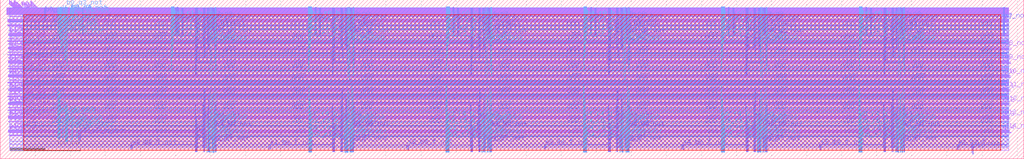
<source format=lef>
VERSION 5.7 ;
  NOWIREEXTENSIONATPIN ON ;
  DIVIDERCHAR "/" ;
  BUSBITCHARS "[]" ;
MACRO mult_8b
  CLASS BLOCK ;
  FOREIGN mult_8b ;
  ORIGIN 0.000 0.000 ;
  SIZE 1459.740 BY 227.445 ;
  PIN p8_not
    ANTENNADIFFAREA 2.560625 ;
    PORT
      LAYER Metal1 ;
        RECT 1423.710 157.995 1441.535 158.270 ;
    END
  END p8_not
  PIN p8
    ANTENNADIFFAREA 2.734275 ;
    PORT
      LAYER Metal1 ;
        RECT 1416.360 155.920 1441.700 156.255 ;
    END
  END p8
  PIN p9_not
    ANTENNADIFFAREA 2.560625 ;
    PORT
      LAYER Metal1 ;
        RECT 1423.865 138.350 1440.775 138.625 ;
    END
  END p9_not
  PIN p9
    ANTENNADIFFAREA 2.734275 ;
    PORT
      LAYER Metal1 ;
        RECT 1416.515 136.275 1441.160 136.610 ;
    END
  END p9
  PIN p10_not
    ANTENNADIFFAREA 2.560625 ;
    PORT
      LAYER Metal1 ;
        RECT 1423.865 118.555 1440.220 118.830 ;
    END
  END p10_not
  PIN p10
    ANTENNADIFFAREA 2.734275 ;
    PORT
      LAYER Metal1 ;
        RECT 1416.515 116.480 1441.290 116.815 ;
    END
  END p10
  PIN p11_not
    ANTENNADIFFAREA 2.560625 ;
    PORT
      LAYER Metal1 ;
        RECT 1423.785 98.800 1440.430 99.075 ;
    END
  END p11_not
  PIN p11
    ANTENNADIFFAREA 2.734275 ;
    PORT
      LAYER Metal1 ;
        RECT 1416.435 96.725 1440.960 97.060 ;
    END
  END p11
  PIN p12_not
    ANTENNADIFFAREA 2.560625 ;
    PORT
      LAYER Metal1 ;
        RECT 1423.890 79.085 1440.510 79.360 ;
    END
  END p12_not
  PIN p12
    ANTENNADIFFAREA 2.734275 ;
    PORT
      LAYER Metal1 ;
        RECT 1416.540 77.010 1440.940 77.345 ;
    END
  END p12
  PIN p13_not
    ANTENNADIFFAREA 2.560625 ;
    PORT
      LAYER Metal1 ;
        RECT 1423.890 59.115 1439.750 59.390 ;
    END
  END p13_not
  PIN p13
    ANTENNADIFFAREA 2.734275 ;
    PORT
      LAYER Metal1 ;
        RECT 1416.540 57.040 1441.030 57.375 ;
    END
  END p13
  PIN p14_not
    ANTENNADIFFAREA 2.560625 ;
    PORT
      LAYER Metal1 ;
        RECT 1423.890 39.450 1439.720 39.725 ;
    END
  END p14_not
  PIN p14
    ANTENNADIFFAREA 2.734275 ;
    PORT
      LAYER Metal1 ;
        RECT 1416.540 37.375 1441.650 37.710 ;
    END
  END p14
  PIN a6_not
    ANTENNAGATEAREA 3.763200 ;
    PORT
      LAYER Metal1 ;
        RECT 9.445 207.445 28.930 207.715 ;
    END
  END a6_not
  PIN a6
    ANTENNAGATEAREA 3.763200 ;
    PORT
      LAYER Metal1 ;
        RECT 9.415 207.965 27.965 208.255 ;
    END
  END a6
  PIN a5_not
    ANTENNAGATEAREA 3.763200 ;
    PORT
      LAYER Metal1 ;
        RECT 9.435 208.500 26.970 208.825 ;
    END
  END a5_not
  PIN a5
    ANTENNAGATEAREA 3.763200 ;
    PORT
      LAYER Metal1 ;
        RECT 9.460 209.135 25.980 209.410 ;
    END
  END a5
  PIN a4_not
    ANTENNAGATEAREA 3.763200 ;
    PORT
      LAYER Metal1 ;
        RECT 9.445 209.695 24.980 209.965 ;
    END
  END a4_not
  PIN a4
    ANTENNAGATEAREA 3.763200 ;
    PORT
      LAYER Metal1 ;
        RECT 9.415 210.215 23.980 210.505 ;
    END
  END a4
  PIN a3_not
    ANTENNAGATEAREA 3.763200 ;
    PORT
      LAYER Metal1 ;
        RECT 9.370 210.805 22.880 211.135 ;
    END
  END a3_not
  PIN a3
    ANTENNAGATEAREA 3.763200 ;
    PORT
      LAYER Metal1 ;
        RECT 9.375 211.415 21.705 211.730 ;
    END
  END a3
  PIN a2_not
    ANTENNAGATEAREA 3.763200 ;
    PORT
      LAYER Metal1 ;
        RECT 9.445 212.070 20.480 212.395 ;
    END
  END a2_not
  PIN a2
    ANTENNAGATEAREA 3.763200 ;
    PORT
      LAYER Metal1 ;
        RECT 9.470 212.705 19.305 212.980 ;
    END
  END a2
  PIN a1_not
    ANTENNAGATEAREA 3.763200 ;
    PORT
      LAYER Metal1 ;
        RECT 9.455 213.265 18.335 213.535 ;
    END
  END a1_not
  PIN a1
    ANTENNAGATEAREA 3.763200 ;
    PORT
      LAYER Metal1 ;
        RECT 9.425 213.785 17.340 214.075 ;
    END
  END a1
  PIN a0_not
    ANTENNAGATEAREA 3.763200 ;
    PORT
      LAYER Metal1 ;
        RECT 9.385 214.305 16.355 214.635 ;
    END
  END a0_not
  PIN a0
    ANTENNAGATEAREA 3.763200 ;
    PORT
      LAYER Metal1 ;
        RECT 9.365 214.895 15.355 215.180 ;
    END
  END a0
  PIN b1_not
    ANTENNAGATEAREA 3.763200 ;
    PORT
      LAYER Metal1 ;
        RECT 9.325 215.425 14.330 215.755 ;
    END
  END b1_not
  PIN b1
    ANTENNAGATEAREA 3.763200 ;
    PORT
      LAYER Metal1 ;
        RECT 9.330 216.035 13.270 216.350 ;
    END
  END b1
  PIN b0_q0
    ANTENNAGATEAREA 3.763200 ;
    PORT
      LAYER Metal1 ;
        RECT 10.695 197.115 63.035 197.440 ;
    END
  END b0_q0
  PIN b0_q0_not
    ANTENNAGATEAREA 3.763200 ;
    PORT
      LAYER Metal1 ;
        RECT 10.690 196.180 64.020 196.455 ;
    END
  END b0_q0_not
  PIN p0
    ANTENNADIFFAREA 1.587600 ;
    PORT
      LAYER Metal1 ;
        RECT 10.785 195.530 106.930 195.865 ;
    END
  END p0
  PIN b0_p0_not
    ANTENNAGATEAREA 3.763200 ;
    PORT
      LAYER Metal1 ;
        RECT 10.755 191.425 60.980 191.795 ;
    END
  END b0_p0_not
  PIN b1_p0_not
    ANTENNAGATEAREA 3.763200 ;
    PORT
      LAYER Metal1 ;
        RECT 11.730 171.605 16.355 171.955 ;
    END
  END b1_p0_not
  PIN b1_q0_not
    ANTENNAGATEAREA 3.763200 ;
    PORT
      LAYER Metal1 ;
        RECT 11.720 176.360 14.340 176.630 ;
    END
  END b1_q0_not
  PIN b1_p1
    ANTENNAGATEAREA 3.763200 ;
    PORT
      LAYER Metal1 ;
        RECT 11.485 164.150 17.340 164.435 ;
    END
  END b1_p1
  PIN b1_p1_not
    ANTENNAGATEAREA 3.763200 ;
    PORT
      LAYER Metal1 ;
        RECT 11.685 151.890 18.330 152.240 ;
    END
  END b1_p1_not
  PIN b1_q1_not
    ANTENNAGATEAREA 3.763200 ;
    PORT
      LAYER Metal1 ;
        RECT 11.610 156.645 14.340 156.915 ;
    END
  END b1_q1_not
  PIN b1_q1
    ANTENNAGATEAREA 3.763200 ;
    PORT
      LAYER Metal1 ;
        RECT 11.610 157.580 13.270 157.905 ;
    END
  END b1_q1
  PIN b1_p2
    ANTENNAGATEAREA 3.763200 ;
    PORT
      LAYER Metal1 ;
        RECT 11.360 144.340 19.305 144.625 ;
    END
  END b1_p2
  PIN b1_p2_not
    ANTENNAGATEAREA 3.763200 ;
    PORT
      LAYER Metal1 ;
        RECT 11.615 132.080 20.455 132.430 ;
    END
  END b1_p2_not
  PIN b1_q2_not
    ANTENNAGATEAREA 3.763200 ;
    PORT
      LAYER Metal1 ;
        RECT 11.680 136.835 14.330 137.105 ;
    END
    PORT
      LAYER Metal4 ;
        RECT 86.225 157.000 86.650 216.540 ;
    END
  END b1_q2_not
  PIN b1_q2
    ANTENNAGATEAREA 3.763200 ;
    PORT
      LAYER Metal1 ;
        RECT 11.680 137.770 13.255 138.095 ;
    END
  END b1_q2
  PIN b1_p3
    ANTENNAGATEAREA 3.763200 ;
    PORT
      LAYER Metal1 ;
        RECT 11.560 124.580 21.705 124.865 ;
    END
  END b1_p3
  PIN b1_q3
    ANTENNAGATEAREA 3.763200 ;
    PORT
      LAYER Metal1 ;
        RECT 11.595 118.010 13.255 118.335 ;
    END
  END b1_q3
  PIN b1_q0
    ANTENNAGATEAREA 3.763200 ;
    PORT
      LAYER Metal1 ;
        RECT 11.685 177.295 13.270 177.620 ;
    END
  END b1_q0
  PIN b1_p0
    ANTENNAGATEAREA 3.763200 ;
    PORT
      LAYER Metal1 ;
        RECT 11.520 183.865 15.345 184.150 ;
    END
  END b1_p0
  PIN b1_c3
    ANTENNADIFFAREA 1.587600 ;
    PORT
      LAYER Metal1 ;
        RECT 11.590 118.685 45.590 119.075 ;
    END
  END b1_c3
  PIN b1_c3_not
    ANTENNADIFFAREA 1.587600 ;
    PORT
      LAYER Metal1 ;
        RECT 11.590 120.040 35.090 120.415 ;
    END
  END b1_c3_not
  PIN b1_c2
    ANTENNADIFFAREA 1.587600 ;
    PORT
      LAYER Metal1 ;
        RECT 11.660 138.455 45.660 138.845 ;
    END
  END b1_c2
  PIN b1_c2_not
    ANTENNADIFFAREA 1.587600 ;
    PORT
      LAYER Metal1 ;
        RECT 11.660 139.810 35.160 140.185 ;
    END
  END b1_c2_not
  PIN b1_c1
    ANTENNADIFFAREA 1.587600 ;
    PORT
      LAYER Metal1 ;
        RECT 11.600 158.260 45.600 158.650 ;
    END
  END b1_c1
  PIN b1_c1_not
    ANTENNADIFFAREA 1.587600 ;
    PORT
      LAYER Metal1 ;
        RECT 11.600 159.615 35.100 159.990 ;
    END
  END b1_c1_not
  PIN b1_c0
    ANTENNADIFFAREA 1.587600 ;
    PORT
      LAYER Metal1 ;
        RECT 11.685 177.975 45.685 178.365 ;
    END
  END b1_c0
  PIN b1_c0_not
    ANTENNADIFFAREA 1.587600 ;
    PORT
      LAYER Metal1 ;
        RECT 11.685 179.330 35.185 179.705 ;
    END
  END b1_c0_not
  PIN b0_p4
    PORT
      LAYER Metal1 ;
        RECT 10.565 128.230 60.600 128.525 ;
    END
  END b0_p4
  PIN b0_c4
    ANTENNADIFFAREA 1.587600 ;
    PORT
      LAYER Metal1 ;
        RECT 10.630 129.075 62.305 129.370 ;
    END
  END b0_c4
  PIN b0_p3
    PORT
      LAYER Metal1 ;
        RECT 10.565 147.970 60.600 148.265 ;
    END
  END b0_p3
  PIN b0_c3
    ANTENNADIFFAREA 1.587600 ;
    PORT
      LAYER Metal1 ;
        RECT 10.630 148.815 62.305 149.110 ;
    END
  END b0_c3
  PIN b0_p2
    ANTENNAGATEAREA 3.763200 ;
    PORT
      LAYER Metal1 ;
        RECT 10.565 167.730 60.600 168.025 ;
    END
  END b0_p2
  PIN b0_c2
    ANTENNADIFFAREA 1.587600 ;
    PORT
      LAYER Metal1 ;
        RECT 10.630 168.575 62.305 168.870 ;
    END
  END b0_c2
  PIN b0_p1
    ANTENNAGATEAREA 3.763200 ;
    PORT
      LAYER Metal1 ;
        RECT 10.565 189.830 60.600 190.125 ;
    END
  END b0_p1
  PIN b0_c1
    ANTENNADIFFAREA 1.587600 ;
    PORT
      LAYER Metal1 ;
        RECT 10.630 190.675 62.305 190.970 ;
    END
  END b0_c1
  PIN b0_c0
    ANTENNADIFFAREA 1.587600 ;
    PORT
      LAYER Metal1 ;
        RECT 10.690 197.710 95.920 198.100 ;
    END
  END b0_c0
  PIN b0_c0_not
    ANTENNADIFFAREA 1.587600 ;
    PORT
      LAYER Metal1 ;
        RECT 10.745 199.065 85.420 199.440 ;
    END
  END b0_c0_not
  PIN b0_p0
    ANTENNAGATEAREA 3.763200 ;
    PORT
      LAYER Metal1 ;
        RECT 11.570 203.685 65.110 203.970 ;
    END
  END b0_p0
  PIN p0_not
    ANTENNADIFFAREA 1.587600 ;
    PORT
      LAYER Metal1 ;
        RECT 10.555 198.475 88.145 198.815 ;
    END
  END p0_not
  PIN a7_not
    ANTENNAGATEAREA 3.763200 ;
    PORT
      LAYER Metal1 ;
        RECT 9.435 206.250 31.330 206.575 ;
    END
  END a7_not
  PIN a7
    ANTENNAGATEAREA 3.763200 ;
    PORT
      LAYER Metal1 ;
        RECT 9.460 206.885 30.080 207.160 ;
    END
  END a7
  PIN b1_p7_not
    ANTENNAGATEAREA 3.763200 ;
    PORT
      LAYER Metal1 ;
        RECT 11.315 33.225 31.330 33.575 ;
    END
  END b1_p7_not
  PIN b1_p7
    ANTENNAGATEAREA 3.763200 ;
    PORT
      LAYER Metal1 ;
        RECT 11.640 45.485 30.090 45.770 ;
    END
  END b1_p7
  PIN b1_p4
    ANTENNAGATEAREA 3.763200 ;
    PORT
      LAYER Metal1 ;
        RECT 10.950 104.845 23.965 105.130 ;
    END
  END b1_p4
  PIN b1_p4_not
    ANTENNAGATEAREA 3.763200 ;
    PORT
      LAYER Metal1 ;
        RECT 10.855 92.585 24.980 92.935 ;
    END
  END b1_p4_not
  PIN b1_q4_not
    ANTENNAGATEAREA 3.763200 ;
    PORT
      LAYER Metal1 ;
        RECT 11.685 97.340 14.355 97.610 ;
    END
  END b1_q4_not
  PIN b1_q4
    ANTENNAGATEAREA 3.763200 ;
    PORT
      LAYER Metal1 ;
        RECT 11.650 98.275 13.255 98.600 ;
    END
  END b1_q4
  PIN b1_q6
    ANTENNAGATEAREA 3.763200 ;
    PORT
      LAYER Metal1 ;
        RECT 11.640 58.730 13.270 59.055 ;
    END
  END b1_q6
  PIN b1_q3_not
    ANTENNAGATEAREA 3.763200 ;
    PORT
      LAYER Metal1 ;
        RECT 11.585 117.075 14.330 117.345 ;
    END
  END b1_q3_not
  PIN b1_q7_not
    ANTENNAGATEAREA 3.763200 ;
    PORT
      LAYER Metal1 ;
        RECT 11.680 37.980 14.345 38.250 ;
    END
  END b1_q7_not
  PIN b1_q6_not
    ANTENNAGATEAREA 3.763200 ;
    PORT
      LAYER Metal1 ;
        RECT 11.670 57.795 14.340 58.065 ;
    END
  END b1_q6_not
  PIN b1_p6_not
    ANTENNAGATEAREA 3.763200 ;
    PORT
      LAYER Metal1 ;
        RECT 11.750 53.040 28.930 53.390 ;
    END
  END b1_p6_not
  PIN b1_p5
    ANTENNAGATEAREA 3.763200 ;
    PORT
      LAYER Metal1 ;
        RECT 11.665 85.035 25.980 85.320 ;
    END
  END b1_p5
  PIN b0_p7
    PORT
      LAYER Metal1 ;
        RECT 10.565 68.945 60.600 69.240 ;
    END
  END b0_p7
  PIN b0_c7
    ANTENNADIFFAREA 1.587600 ;
    PORT
      LAYER Metal1 ;
        RECT 10.630 69.790 62.305 70.085 ;
    END
  END b0_c7
  PIN b0_p6
    PORT
      LAYER Metal1 ;
        RECT 10.565 88.690 60.600 88.985 ;
    END
  END b0_p6
  PIN b0_c6
    ANTENNADIFFAREA 1.587600 ;
    PORT
      LAYER Metal1 ;
        RECT 10.630 89.535 62.305 89.830 ;
    END
  END b0_c6
  PIN b0_p5
    PORT
      LAYER Metal1 ;
        RECT 10.565 108.500 60.600 108.795 ;
    END
  END b0_p5
  PIN b0_c5
    ANTENNADIFFAREA 1.587600 ;
    PORT
      LAYER Metal1 ;
        RECT 10.630 109.345 62.305 109.640 ;
    END
  END b0_c5
  PIN b1_p5_not
    ANTENNAGATEAREA 3.763200 ;
    PORT
      LAYER Metal1 ;
        RECT 11.285 72.775 26.970 73.125 ;
    END
  END b1_p5_not
  PIN b1_q5_not
    ANTENNAGATEAREA 3.763200 ;
    PORT
      LAYER Metal1 ;
        RECT 11.640 77.530 14.355 77.800 ;
    END
  END b1_q5_not
  PIN b1_q5
    ANTENNAGATEAREA 3.763200 ;
    PORT
      LAYER Metal1 ;
        RECT 11.585 78.465 13.255 78.790 ;
    END
  END b1_q5
  PIN b1_p3_not
    ANTENNAGATEAREA 3.763200 ;
    PORT
      LAYER Metal1 ;
        RECT 11.635 112.320 22.880 112.670 ;
    END
  END b1_p3_not
  PIN b1_c7
    ANTENNADIFFAREA 1.587600 ;
    PORT
      LAYER Metal1 ;
        RECT 11.625 39.600 45.625 39.990 ;
    END
  END b1_c7
  PIN b1_p6
    ANTENNAGATEAREA 3.763200 ;
    PORT
      LAYER Metal1 ;
        RECT 11.640 65.300 27.960 65.585 ;
    END
  END b1_p6
  PIN b1_c7_not
    ANTENNADIFFAREA 1.587600 ;
    PORT
      LAYER Metal1 ;
        RECT 11.625 40.955 35.125 41.330 ;
    END
  END b1_c7_not
  PIN b1_c6
    ANTENNADIFFAREA 1.587600 ;
    PORT
      LAYER Metal1 ;
        RECT 11.620 59.410 45.620 59.800 ;
    END
  END b1_c6
  PIN b1_c6_not
    ANTENNADIFFAREA 1.587600 ;
    PORT
      LAYER Metal1 ;
        RECT 11.620 60.765 35.120 61.140 ;
    END
  END b1_c6_not
  PIN b1_c5
    ANTENNADIFFAREA 1.587600 ;
    PORT
      LAYER Metal1 ;
        RECT 11.550 79.130 45.550 79.520 ;
    END
  END b1_c5
  PIN b1_c5_not
    ANTENNADIFFAREA 1.587600 ;
    PORT
      LAYER Metal1 ;
        RECT 11.550 80.485 35.050 80.860 ;
    END
  END b1_c5_not
  PIN b1_c4
    ANTENNADIFFAREA 1.587600 ;
    PORT
      LAYER Metal1 ;
        RECT 11.620 98.960 45.620 99.350 ;
    END
  END b1_c4
  PIN b1_c4_not
    ANTENNADIFFAREA 1.587600 ;
    PORT
      LAYER Metal1 ;
        RECT 11.620 100.315 35.120 100.690 ;
    END
  END b1_c4_not
  PIN b1_q7
    ANTENNAGATEAREA 3.763200 ;
    PORT
      LAYER Metal1 ;
        RECT 11.655 38.915 13.275 39.240 ;
    END
  END b1_q7
  PIN VDD
    USE POWER ;
    PORT
      LAYER Metal3 ;
        RECT 1040.680 185.145 1164.650 186.035 ;
    END
    PORT
      LAYER Metal3 ;
        RECT 1040.680 165.450 1164.650 166.320 ;
    END
    PORT
      LAYER Metal3 ;
        RECT 1040.680 145.680 1164.650 146.635 ;
    END
    PORT
      LAYER Metal3 ;
        RECT 1040.680 125.925 1164.650 126.845 ;
    END
    PORT
      LAYER Metal3 ;
        RECT 1164.930 185.145 1236.650 186.035 ;
    END
    PORT
      LAYER Metal3 ;
        RECT 1164.930 165.450 1236.650 166.320 ;
    END
    PORT
      LAYER Metal3 ;
        RECT 1164.930 145.680 1236.650 146.635 ;
    END
    PORT
      LAYER Metal3 ;
        RECT 1164.930 125.925 1236.650 126.845 ;
    END
    PORT
      LAYER Metal3 ;
        RECT 1236.930 185.145 1360.850 186.035 ;
    END
    PORT
      LAYER Metal3 ;
        RECT 1236.930 165.450 1360.850 166.320 ;
    END
    PORT
      LAYER Metal3 ;
        RECT 1236.930 145.680 1360.850 146.635 ;
    END
    PORT
      LAYER Metal3 ;
        RECT 1236.930 125.925 1360.850 126.845 ;
    END
    PORT
      LAYER Metal3 ;
        RECT 1361.130 185.145 1433.350 186.035 ;
    END
    PORT
      LAYER Metal3 ;
        RECT 1361.130 165.450 1433.350 166.320 ;
    END
    PORT
      LAYER Metal3 ;
        RECT 1361.130 145.680 1433.350 146.635 ;
    END
    PORT
      LAYER Metal3 ;
        RECT 1361.130 125.925 1433.350 126.845 ;
    END
    PORT
      LAYER Metal3 ;
        RECT 647.830 185.145 771.300 186.035 ;
    END
    PORT
      LAYER Metal3 ;
        RECT 647.830 165.450 771.300 166.320 ;
    END
    PORT
      LAYER Metal3 ;
        RECT 647.830 145.680 771.300 146.635 ;
    END
    PORT
      LAYER Metal3 ;
        RECT 647.830 125.925 771.300 126.845 ;
    END
    PORT
      LAYER Metal3 ;
        RECT 771.580 185.145 843.900 186.035 ;
    END
    PORT
      LAYER Metal3 ;
        RECT 771.580 165.450 843.900 166.320 ;
    END
    PORT
      LAYER Metal3 ;
        RECT 771.580 145.680 843.900 146.635 ;
    END
    PORT
      LAYER Metal3 ;
        RECT 771.580 125.925 843.900 126.845 ;
    END
    PORT
      LAYER Metal3 ;
        RECT 844.180 185.145 967.900 186.035 ;
    END
    PORT
      LAYER Metal3 ;
        RECT 844.180 165.450 967.900 166.320 ;
    END
    PORT
      LAYER Metal3 ;
        RECT 844.180 145.680 967.900 146.635 ;
    END
    PORT
      LAYER Metal3 ;
        RECT 844.180 125.925 967.900 126.845 ;
    END
    PORT
      LAYER Metal3 ;
        RECT 968.180 185.145 1040.400 186.035 ;
    END
    PORT
      LAYER Metal3 ;
        RECT 968.180 165.450 1040.400 166.320 ;
    END
    PORT
      LAYER Metal3 ;
        RECT 968.180 145.680 1040.400 146.635 ;
    END
    PORT
      LAYER Metal3 ;
        RECT 968.180 125.925 1040.400 126.845 ;
    END
    PORT
      LAYER Metal3 ;
        RECT 647.830 46.850 771.300 47.770 ;
    END
    PORT
      LAYER Metal3 ;
        RECT 647.830 106.175 771.300 107.095 ;
    END
    PORT
      LAYER Metal3 ;
        RECT 844.180 106.175 967.900 107.095 ;
    END
    PORT
      LAYER Metal3 ;
        RECT 844.180 86.475 967.900 87.395 ;
    END
    PORT
      LAYER Metal3 ;
        RECT 844.180 66.500 967.900 67.420 ;
    END
    PORT
      LAYER Metal3 ;
        RECT 844.180 46.850 967.900 47.770 ;
    END
    PORT
      LAYER Metal3 ;
        RECT 647.830 86.475 771.300 87.395 ;
    END
    PORT
      LAYER Metal3 ;
        RECT 647.830 66.500 771.300 67.420 ;
    END
    PORT
      LAYER Metal3 ;
        RECT 771.580 106.175 843.900 107.095 ;
    END
    PORT
      LAYER Metal3 ;
        RECT 771.580 86.475 843.900 87.395 ;
    END
    PORT
      LAYER Metal3 ;
        RECT 771.580 66.500 843.900 67.420 ;
    END
    PORT
      LAYER Metal3 ;
        RECT 771.580 46.850 843.900 47.770 ;
    END
    PORT
      LAYER Metal3 ;
        RECT 968.180 106.175 1040.400 107.095 ;
    END
    PORT
      LAYER Metal3 ;
        RECT 968.180 86.475 1040.400 87.395 ;
    END
    PORT
      LAYER Metal3 ;
        RECT 968.180 66.500 1040.400 67.420 ;
    END
    PORT
      LAYER Metal3 ;
        RECT 968.180 46.850 1040.400 47.770 ;
    END
    PORT
      LAYER Metal3 ;
        RECT 1040.680 46.850 1164.650 47.770 ;
    END
    PORT
      LAYER Metal3 ;
        RECT 1040.680 106.175 1164.650 107.095 ;
    END
    PORT
      LAYER Metal3 ;
        RECT 1236.930 106.175 1360.850 107.095 ;
    END
    PORT
      LAYER Metal3 ;
        RECT 1236.930 86.475 1360.850 87.395 ;
    END
    PORT
      LAYER Metal3 ;
        RECT 1236.930 66.500 1360.850 67.420 ;
    END
    PORT
      LAYER Metal3 ;
        RECT 1236.930 46.850 1360.850 47.770 ;
    END
    PORT
      LAYER Metal3 ;
        RECT 1040.680 86.475 1164.650 87.395 ;
    END
    PORT
      LAYER Metal3 ;
        RECT 1040.680 66.500 1164.650 67.420 ;
    END
    PORT
      LAYER Metal3 ;
        RECT 1164.930 106.175 1236.650 107.095 ;
    END
    PORT
      LAYER Metal3 ;
        RECT 1164.930 86.475 1236.650 87.395 ;
    END
    PORT
      LAYER Metal3 ;
        RECT 1164.930 66.500 1236.650 67.420 ;
    END
    PORT
      LAYER Metal3 ;
        RECT 1164.930 46.850 1236.650 47.770 ;
    END
    PORT
      LAYER Metal3 ;
        RECT 1361.130 106.175 1433.350 107.095 ;
    END
    PORT
      LAYER Metal3 ;
        RECT 1361.130 86.475 1433.350 87.395 ;
    END
    PORT
      LAYER Metal3 ;
        RECT 1361.130 66.500 1433.350 67.420 ;
    END
    PORT
      LAYER Metal3 ;
        RECT 1361.130 46.850 1433.350 47.770 ;
    END
    PORT
      LAYER Metal3 ;
        RECT 379.230 185.145 451.200 186.035 ;
    END
    PORT
      LAYER Metal3 ;
        RECT 379.230 165.450 451.200 166.320 ;
    END
    PORT
      LAYER Metal3 ;
        RECT 379.230 145.680 428.915 146.635 ;
    END
    PORT
      LAYER Metal3 ;
        RECT 379.230 125.925 451.200 126.845 ;
    END
    PORT
      LAYER Metal3 ;
        RECT 451.480 185.145 574.950 186.035 ;
    END
    PORT
      LAYER Metal3 ;
        RECT 451.480 165.450 574.950 166.320 ;
    END
    PORT
      LAYER Metal3 ;
        RECT 451.480 145.680 574.950 146.635 ;
    END
    PORT
      LAYER Metal3 ;
        RECT 451.480 125.925 574.950 126.845 ;
    END
    PORT
      LAYER Metal3 ;
        RECT 575.230 185.145 647.550 186.035 ;
    END
    PORT
      LAYER Metal3 ;
        RECT 575.230 165.450 647.550 166.320 ;
    END
    PORT
      LAYER Metal3 ;
        RECT 575.230 145.680 647.550 146.635 ;
    END
    PORT
      LAYER Metal3 ;
        RECT 575.230 125.925 647.550 126.845 ;
    END
    PORT
      LAYER Metal3 ;
        RECT 113.530 185.145 182.250 186.035 ;
    END
    PORT
      LAYER Metal3 ;
        RECT 113.530 165.450 182.250 166.320 ;
    END
    PORT
      LAYER Metal3 ;
        RECT 113.530 145.680 182.250 146.635 ;
    END
    PORT
      LAYER Metal3 ;
        RECT 113.530 125.925 182.250 126.845 ;
    END
    PORT
      LAYER Metal3 ;
        RECT 182.530 185.145 254.700 186.035 ;
    END
    PORT
      LAYER Metal3 ;
        RECT 182.530 165.450 254.700 166.320 ;
    END
    PORT
      LAYER Metal3 ;
        RECT 182.530 145.680 232.535 146.635 ;
    END
    PORT
      LAYER Metal3 ;
        RECT 182.530 125.925 254.700 126.845 ;
    END
    PORT
      LAYER Metal3 ;
        RECT 254.980 185.145 378.950 186.035 ;
    END
    PORT
      LAYER Metal3 ;
        RECT 254.980 165.450 378.950 166.320 ;
    END
    PORT
      LAYER Metal3 ;
        RECT 254.980 145.680 378.950 146.635 ;
    END
    PORT
      LAYER Metal3 ;
        RECT 254.980 125.925 378.950 126.845 ;
    END
    PORT
      LAYER Metal3 ;
        RECT 33.080 204.870 113.220 205.725 ;
    END
    PORT
      LAYER Metal3 ;
        RECT 33.030 185.145 113.250 186.035 ;
    END
    PORT
      LAYER Metal3 ;
        RECT 33.030 165.450 113.250 166.320 ;
    END
    PORT
      LAYER Metal3 ;
        RECT 33.030 145.680 113.250 146.635 ;
    END
    PORT
      LAYER Metal3 ;
        RECT 33.030 125.925 113.250 126.845 ;
    END
    PORT
      LAYER Metal3 ;
        RECT 182.530 106.175 254.700 107.095 ;
    END
    PORT
      LAYER Metal3 ;
        RECT 182.530 86.475 254.700 87.395 ;
    END
    PORT
      LAYER Metal3 ;
        RECT 182.530 66.500 254.700 67.420 ;
    END
    PORT
      LAYER Metal3 ;
        RECT 182.530 46.850 254.700 47.770 ;
    END
    PORT
      LAYER Metal3 ;
        RECT 113.530 106.175 182.250 107.095 ;
    END
    PORT
      LAYER Metal3 ;
        RECT 254.980 106.175 378.950 107.095 ;
    END
    PORT
      LAYER Metal3 ;
        RECT 254.980 86.475 378.950 87.395 ;
    END
    PORT
      LAYER Metal3 ;
        RECT 254.980 66.500 378.950 67.420 ;
    END
    PORT
      LAYER Metal3 ;
        RECT 254.980 46.850 378.950 47.770 ;
    END
    PORT
      LAYER Metal3 ;
        RECT 113.530 86.475 182.250 87.395 ;
    END
    PORT
      LAYER Metal3 ;
        RECT 113.530 66.500 182.250 67.420 ;
    END
    PORT
      LAYER Metal3 ;
        RECT 113.530 46.850 182.250 47.770 ;
    END
    PORT
      LAYER Metal3 ;
        RECT 33.030 106.175 113.250 107.095 ;
    END
    PORT
      LAYER Metal3 ;
        RECT 33.030 86.475 113.250 87.395 ;
    END
    PORT
      LAYER Metal3 ;
        RECT 33.030 66.500 113.250 67.420 ;
    END
    PORT
      LAYER Metal3 ;
        RECT 33.030 46.850 113.250 47.770 ;
    END
    PORT
      LAYER Metal3 ;
        RECT 575.230 106.175 647.550 107.095 ;
    END
    PORT
      LAYER Metal3 ;
        RECT 575.230 86.475 647.550 87.395 ;
    END
    PORT
      LAYER Metal3 ;
        RECT 575.230 66.500 647.550 67.420 ;
    END
    PORT
      LAYER Metal3 ;
        RECT 575.230 46.850 647.550 47.770 ;
    END
    PORT
      LAYER Metal3 ;
        RECT 379.230 86.475 451.200 87.395 ;
    END
    PORT
      LAYER Metal3 ;
        RECT 379.230 66.500 451.200 67.420 ;
    END
    PORT
      LAYER Metal3 ;
        RECT 451.480 106.175 574.950 107.095 ;
    END
    PORT
      LAYER Metal3 ;
        RECT 451.480 86.475 574.950 87.395 ;
    END
    PORT
      LAYER Metal3 ;
        RECT 451.480 66.500 574.950 67.420 ;
    END
    PORT
      LAYER Metal3 ;
        RECT 451.480 46.850 574.950 47.770 ;
    END
    PORT
      LAYER Metal3 ;
        RECT 379.230 46.850 451.200 47.770 ;
    END
    PORT
      LAYER Metal3 ;
        RECT 379.230 106.175 451.200 107.095 ;
    END
  END VDD
  PIN VSS
    USE GROUND ;
    PORT
      LAYER Metal3 ;
        RECT 1043.130 170.025 1167.100 171.010 ;
    END
    PORT
      LAYER Metal3 ;
        RECT 1043.130 150.225 1167.100 151.295 ;
    END
    PORT
      LAYER Metal3 ;
        RECT 1043.130 130.675 1167.100 131.595 ;
    END
    PORT
      LAYER Metal3 ;
        RECT 1167.380 170.025 1239.100 171.010 ;
    END
    PORT
      LAYER Metal3 ;
        RECT 1167.380 150.225 1239.100 151.295 ;
    END
    PORT
      LAYER Metal3 ;
        RECT 1167.380 130.675 1239.100 131.595 ;
    END
    PORT
      LAYER Metal3 ;
        RECT 1239.380 170.025 1363.350 171.010 ;
    END
    PORT
      LAYER Metal3 ;
        RECT 1239.380 150.225 1363.350 151.295 ;
    END
    PORT
      LAYER Metal3 ;
        RECT 1239.380 130.675 1363.350 131.595 ;
    END
    PORT
      LAYER Metal3 ;
        RECT 1363.630 170.025 1435.850 171.010 ;
    END
    PORT
      LAYER Metal3 ;
        RECT 1363.630 150.225 1435.850 151.295 ;
    END
    PORT
      LAYER Metal3 ;
        RECT 1363.630 130.675 1435.850 131.595 ;
    END
    PORT
      LAYER Metal3 ;
        RECT 650.330 170.025 773.950 171.010 ;
    END
    PORT
      LAYER Metal3 ;
        RECT 650.330 150.225 773.950 151.295 ;
    END
    PORT
      LAYER Metal3 ;
        RECT 650.330 130.675 773.950 131.595 ;
    END
    PORT
      LAYER Metal3 ;
        RECT 774.230 170.025 846.450 171.010 ;
    END
    PORT
      LAYER Metal3 ;
        RECT 774.230 150.225 846.450 151.295 ;
    END
    PORT
      LAYER Metal3 ;
        RECT 774.230 130.675 846.450 131.595 ;
    END
    PORT
      LAYER Metal3 ;
        RECT 846.730 170.025 970.450 171.010 ;
    END
    PORT
      LAYER Metal3 ;
        RECT 846.730 150.225 970.450 151.295 ;
    END
    PORT
      LAYER Metal3 ;
        RECT 846.730 130.675 970.450 131.595 ;
    END
    PORT
      LAYER Metal3 ;
        RECT 970.730 170.025 1042.850 171.010 ;
    END
    PORT
      LAYER Metal3 ;
        RECT 970.730 150.225 1042.850 151.295 ;
    END
    PORT
      LAYER Metal3 ;
        RECT 970.730 130.675 1042.850 131.595 ;
    END
    PORT
      LAYER Metal3 ;
        RECT 650.330 91.175 773.950 92.095 ;
    END
    PORT
      LAYER Metal3 ;
        RECT 650.330 71.450 773.950 72.370 ;
    END
    PORT
      LAYER Metal3 ;
        RECT 774.230 110.925 846.450 111.845 ;
    END
    PORT
      LAYER Metal3 ;
        RECT 970.730 110.925 1042.850 111.845 ;
    END
    PORT
      LAYER Metal3 ;
        RECT 970.730 91.175 1042.850 92.095 ;
    END
    PORT
      LAYER Metal3 ;
        RECT 970.730 71.450 1042.850 72.370 ;
    END
    PORT
      LAYER Metal3 ;
        RECT 970.730 51.500 1042.850 52.420 ;
    END
    PORT
      LAYER Metal3 ;
        RECT 970.730 31.800 1042.850 32.720 ;
    END
    PORT
      LAYER Metal3 ;
        RECT 774.230 91.175 846.450 92.095 ;
    END
    PORT
      LAYER Metal3 ;
        RECT 774.230 71.450 846.450 72.370 ;
    END
    PORT
      LAYER Metal3 ;
        RECT 774.230 51.500 846.450 52.420 ;
    END
    PORT
      LAYER Metal3 ;
        RECT 774.230 31.800 846.450 32.720 ;
    END
    PORT
      LAYER Metal3 ;
        RECT 650.330 51.500 773.950 52.420 ;
    END
    PORT
      LAYER Metal3 ;
        RECT 650.330 31.800 773.950 32.720 ;
    END
    PORT
      LAYER Metal3 ;
        RECT 846.730 110.925 970.450 111.845 ;
    END
    PORT
      LAYER Metal3 ;
        RECT 846.730 91.175 970.450 92.095 ;
    END
    PORT
      LAYER Metal3 ;
        RECT 846.730 71.450 970.450 72.370 ;
    END
    PORT
      LAYER Metal3 ;
        RECT 846.730 51.500 970.450 52.420 ;
    END
    PORT
      LAYER Metal3 ;
        RECT 846.730 31.800 970.450 32.720 ;
    END
    PORT
      LAYER Metal3 ;
        RECT 650.330 110.925 773.950 111.845 ;
    END
    PORT
      LAYER Metal3 ;
        RECT 1167.380 91.175 1239.100 92.095 ;
    END
    PORT
      LAYER Metal3 ;
        RECT 1167.380 71.450 1239.100 72.370 ;
    END
    PORT
      LAYER Metal3 ;
        RECT 1167.380 51.500 1239.100 52.420 ;
    END
    PORT
      LAYER Metal3 ;
        RECT 1167.380 31.800 1239.100 32.720 ;
    END
    PORT
      LAYER Metal3 ;
        RECT 1043.130 51.500 1167.100 52.420 ;
    END
    PORT
      LAYER Metal3 ;
        RECT 1043.130 31.800 1167.100 32.720 ;
    END
    PORT
      LAYER Metal3 ;
        RECT 1239.380 110.925 1363.350 111.845 ;
    END
    PORT
      LAYER Metal3 ;
        RECT 1239.380 91.175 1363.350 92.095 ;
    END
    PORT
      LAYER Metal3 ;
        RECT 1239.380 71.450 1363.350 72.370 ;
    END
    PORT
      LAYER Metal3 ;
        RECT 1239.380 51.500 1363.350 52.420 ;
    END
    PORT
      LAYER Metal3 ;
        RECT 1239.380 31.800 1363.350 32.720 ;
    END
    PORT
      LAYER Metal3 ;
        RECT 1043.130 110.925 1167.100 111.845 ;
    END
    PORT
      LAYER Metal3 ;
        RECT 1043.130 91.175 1167.100 92.095 ;
    END
    PORT
      LAYER Metal3 ;
        RECT 1043.130 71.450 1167.100 72.370 ;
    END
    PORT
      LAYER Metal3 ;
        RECT 1167.380 110.925 1239.100 111.845 ;
    END
    PORT
      LAYER Metal3 ;
        RECT 1363.630 110.925 1435.850 111.845 ;
    END
    PORT
      LAYER Metal3 ;
        RECT 1363.630 91.175 1435.850 92.095 ;
    END
    PORT
      LAYER Metal3 ;
        RECT 1363.630 71.450 1435.850 72.370 ;
    END
    PORT
      LAYER Metal3 ;
        RECT 1363.630 51.500 1435.850 52.420 ;
    END
    PORT
      LAYER Metal3 ;
        RECT 1363.630 31.800 1435.850 32.720 ;
    END
    PORT
      LAYER Metal3 ;
        RECT 381.830 170.025 453.800 171.010 ;
    END
    PORT
      LAYER Metal3 ;
        RECT 381.830 150.225 453.800 151.295 ;
    END
    PORT
      LAYER Metal3 ;
        RECT 381.830 130.675 453.800 131.595 ;
    END
    PORT
      LAYER Metal3 ;
        RECT 454.080 170.025 577.550 171.010 ;
    END
    PORT
      LAYER Metal3 ;
        RECT 454.080 150.225 577.550 151.295 ;
    END
    PORT
      LAYER Metal3 ;
        RECT 454.080 130.675 577.550 131.595 ;
    END
    PORT
      LAYER Metal3 ;
        RECT 577.830 170.025 650.050 171.010 ;
    END
    PORT
      LAYER Metal3 ;
        RECT 577.830 150.225 650.050 151.295 ;
    END
    PORT
      LAYER Metal3 ;
        RECT 577.830 130.675 650.050 131.595 ;
    END
    PORT
      LAYER Metal3 ;
        RECT 115.930 170.025 184.750 171.010 ;
    END
    PORT
      LAYER Metal3 ;
        RECT 115.930 150.225 184.750 151.295 ;
    END
    PORT
      LAYER Metal3 ;
        RECT 115.930 130.675 184.750 131.595 ;
    END
    PORT
      LAYER Metal3 ;
        RECT 185.030 170.025 257.250 171.010 ;
    END
    PORT
      LAYER Metal3 ;
        RECT 185.030 150.225 257.250 151.295 ;
    END
    PORT
      LAYER Metal3 ;
        RECT 185.030 130.675 257.250 131.595 ;
    END
    PORT
      LAYER Metal3 ;
        RECT 257.530 170.025 381.550 171.010 ;
    END
    PORT
      LAYER Metal3 ;
        RECT 257.530 150.225 381.550 151.295 ;
    END
    PORT
      LAYER Metal3 ;
        RECT 257.530 130.675 381.550 131.595 ;
    END
    PORT
      LAYER Metal3 ;
        RECT 34.425 189.810 115.720 190.675 ;
    END
    PORT
      LAYER Metal3 ;
        RECT 34.430 170.025 115.650 171.010 ;
    END
    PORT
      LAYER Metal3 ;
        RECT 34.430 150.225 115.650 151.295 ;
    END
    PORT
      LAYER Metal3 ;
        RECT 34.430 130.675 115.650 131.595 ;
    END
    PORT
      LAYER Metal3 ;
        RECT 34.430 51.500 115.650 52.420 ;
    END
    PORT
      LAYER Metal3 ;
        RECT 115.930 110.925 184.750 111.845 ;
    END
    PORT
      LAYER Metal3 ;
        RECT 185.030 110.925 257.250 111.845 ;
    END
    PORT
      LAYER Metal3 ;
        RECT 185.030 91.175 257.250 92.095 ;
    END
    PORT
      LAYER Metal3 ;
        RECT 185.030 71.450 257.250 72.370 ;
    END
    PORT
      LAYER Metal3 ;
        RECT 185.030 51.500 257.250 52.420 ;
    END
    PORT
      LAYER Metal3 ;
        RECT 185.030 31.800 257.250 32.720 ;
    END
    PORT
      LAYER Metal3 ;
        RECT 115.930 91.175 184.750 92.095 ;
    END
    PORT
      LAYER Metal3 ;
        RECT 115.930 71.450 184.750 72.370 ;
    END
    PORT
      LAYER Metal3 ;
        RECT 115.930 51.500 184.750 52.420 ;
    END
    PORT
      LAYER Metal3 ;
        RECT 115.930 31.800 184.750 32.720 ;
    END
    PORT
      LAYER Metal3 ;
        RECT 257.530 110.925 381.550 111.845 ;
    END
    PORT
      LAYER Metal3 ;
        RECT 257.530 91.175 381.550 92.095 ;
    END
    PORT
      LAYER Metal3 ;
        RECT 257.530 71.450 381.550 72.370 ;
    END
    PORT
      LAYER Metal3 ;
        RECT 257.530 51.500 381.550 52.420 ;
    END
    PORT
      LAYER Metal3 ;
        RECT 257.530 31.800 381.550 32.720 ;
    END
    PORT
      LAYER Metal3 ;
        RECT 34.430 71.450 115.650 72.370 ;
    END
    PORT
      LAYER Metal3 ;
        RECT 34.430 110.925 115.650 111.845 ;
    END
    PORT
      LAYER Metal3 ;
        RECT 34.430 91.175 115.650 92.095 ;
    END
    PORT
      LAYER Metal3 ;
        RECT 577.830 110.925 650.050 111.845 ;
    END
    PORT
      LAYER Metal3 ;
        RECT 577.830 91.175 650.050 92.095 ;
    END
    PORT
      LAYER Metal3 ;
        RECT 577.830 71.450 650.050 72.370 ;
    END
    PORT
      LAYER Metal3 ;
        RECT 577.830 51.500 650.050 52.420 ;
    END
    PORT
      LAYER Metal3 ;
        RECT 577.830 31.800 650.050 32.720 ;
    END
    PORT
      LAYER Metal3 ;
        RECT 381.830 110.925 453.800 111.845 ;
    END
    PORT
      LAYER Metal3 ;
        RECT 381.830 91.175 453.800 92.095 ;
    END
    PORT
      LAYER Metal3 ;
        RECT 381.830 71.450 453.800 72.370 ;
    END
    PORT
      LAYER Metal3 ;
        RECT 454.080 110.925 577.550 111.845 ;
    END
    PORT
      LAYER Metal3 ;
        RECT 454.080 91.175 577.550 92.095 ;
    END
    PORT
      LAYER Metal3 ;
        RECT 454.080 71.450 577.550 72.370 ;
    END
    PORT
      LAYER Metal3 ;
        RECT 454.080 51.500 577.550 52.420 ;
    END
    PORT
      LAYER Metal3 ;
        RECT 454.080 31.800 577.550 32.720 ;
    END
    PORT
      LAYER Metal3 ;
        RECT 381.830 51.500 453.800 52.420 ;
    END
    PORT
      LAYER Metal3 ;
        RECT 381.830 31.800 453.800 32.720 ;
    END
    PORT
      LAYER Metal3 ;
        RECT 34.430 31.800 115.650 32.720 ;
    END
  END VSS
  PIN b2_not
    ANTENNAGATEAREA 3.763200 ;
    PORT
      LAYER Metal2 ;
        RECT 260.235 176.705 260.575 216.345 ;
    END
  END b2_not
  PIN b2
    ANTENNAGATEAREA 3.763200 ;
    PORT
      LAYER Metal2 ;
        RECT 259.130 177.660 259.525 216.355 ;
    END
  END b2
  PIN b3_not
    ANTENNAGATEAREA 3.763200 ;
    PORT
      LAYER Metal2 ;
        RECT 456.625 176.665 456.965 216.305 ;
    END
  END b3_not
  PIN b3
    ANTENNAGATEAREA 3.763200 ;
    PORT
      LAYER Metal2 ;
        RECT 455.520 177.620 455.915 216.315 ;
    END
  END b3
  PIN b4_not
    ANTENNAGATEAREA 3.763200 ;
    PORT
      LAYER Metal2 ;
        RECT 652.945 176.710 653.285 216.350 ;
    END
  END b4_not
  PIN b4
    ANTENNAGATEAREA 3.763200 ;
    PORT
      LAYER Metal2 ;
        RECT 651.840 177.665 652.235 216.360 ;
    END
  END b4
  PIN b5_not
    ANTENNAGATEAREA 3.763200 ;
    PORT
      LAYER Metal2 ;
        RECT 849.310 176.715 849.650 216.355 ;
    END
  END b5_not
  PIN b5
    ANTENNAGATEAREA 3.763200 ;
    PORT
      LAYER Metal2 ;
        RECT 848.205 177.670 848.600 216.365 ;
    END
  END b5
  PIN b6_not
    ANTENNAGATEAREA 3.763200 ;
    PORT
      LAYER Metal2 ;
        RECT 1045.695 176.700 1046.035 216.340 ;
    END
  END b6_not
  PIN b6
    ANTENNAGATEAREA 3.763200 ;
    PORT
      LAYER Metal2 ;
        RECT 1044.590 177.655 1044.985 216.350 ;
    END
  END b6
  PIN b7_not
    ANTENNAGATEAREA 3.763200 ;
    PORT
      LAYER Metal2 ;
        RECT 1242.020 176.705 1242.360 216.345 ;
    END
  END b7_not
  PIN b7
    ANTENNAGATEAREA 3.763200 ;
    PORT
      LAYER Metal2 ;
        RECT 1240.915 177.660 1241.310 216.355 ;
    END
  END b7
  PIN b0
    ANTENNAGATEAREA 3.763200 ;
    PORT
      LAYER Metal2 ;
        RECT 62.960 197.400 63.355 216.345 ;
    END
  END b0
  PIN b0_not
    ANTENNAGATEAREA 3.763200 ;
    PORT
      LAYER Metal2 ;
        RECT 64.065 196.445 64.405 216.335 ;
    END
  END b0_not
  PIN p15_not
    ANTENNADIFFAREA 2.560625 ;
    PORT
      LAYER Metal2 ;
        RECT 1385.175 8.235 1385.575 19.710 ;
    END
  END p15_not
  PIN p15
    ANTENNADIFFAREA 2.734275 ;
    PORT
      LAYER Metal2 ;
        RECT 1386.925 6.500 1387.325 17.670 ;
    END
  END p15
  PIN x0_b0_f_not
    ANTENNADIFFAREA 2.638650 ;
    PORT
      LAYER Metal2 ;
        RECT 188.010 13.200 188.425 19.500 ;
    END
  END x0_b0_f_not
  PIN x0_b0_f
    ANTENNADIFFAREA 2.559875 ;
    PORT
      LAYER Metal2 ;
        RECT 186.110 13.870 186.525 20.045 ;
    END
  END x0_b0_f
  PIN x1_b0_f_not
    ANTENNADIFFAREA 2.638650 ;
    PORT
      LAYER Metal2 ;
        RECT 385.045 13.200 385.460 19.500 ;
    END
  END x1_b0_f_not
  PIN x1_b0_f
    ANTENNADIFFAREA 2.559875 ;
    PORT
      LAYER Metal2 ;
        RECT 383.145 13.870 383.560 20.045 ;
    END
  END x1_b0_f
  PIN x2_b0_f_not
    ANTENNADIFFAREA 2.638650 ;
    PORT
      LAYER Metal2 ;
        RECT 581.770 13.150 582.185 19.450 ;
    END
  END x2_b0_f_not
  PIN x2_b0_f
    ANTENNADIFFAREA 2.559875 ;
    PORT
      LAYER Metal2 ;
        RECT 579.870 13.820 580.285 19.995 ;
    END
  END x2_b0_f
  PIN x3_b0_f_not
    ANTENNADIFFAREA 2.638650 ;
    PORT
      LAYER Metal2 ;
        RECT 777.605 13.185 778.020 19.485 ;
    END
  END x3_b0_f_not
  PIN x3_b0_f
    ANTENNADIFFAREA 2.559875 ;
    PORT
      LAYER Metal2 ;
        RECT 775.705 13.855 776.120 20.030 ;
    END
  END x3_b0_f
  PIN x4_b0_f_not
    ANTENNADIFFAREA 2.638650 ;
    PORT
      LAYER Metal2 ;
        RECT 974.065 13.185 974.480 19.485 ;
    END
  END x4_b0_f_not
  PIN x4_b0_f
    ANTENNADIFFAREA 2.559875 ;
    PORT
      LAYER Metal2 ;
        RECT 972.165 13.855 972.580 20.030 ;
    END
  END x4_b0_f
  PIN x5_b0_f_not
    ANTENNADIFFAREA 2.638650 ;
    PORT
      LAYER Metal2 ;
        RECT 1170.340 13.185 1170.755 19.485 ;
    END
  END x5_b0_f_not
  PIN x5_b0_f
    ANTENNADIFFAREA 2.559875 ;
    PORT
      LAYER Metal2 ;
        RECT 1168.440 13.855 1168.855 20.030 ;
    END
  END x5_b0_f
  PIN x6_b0_f_not
    ANTENNADIFFAREA 2.638650 ;
    PORT
      LAYER Metal2 ;
        RECT 1366.700 13.185 1367.115 19.485 ;
    END
  END x6_b0_f_not
  PIN x6_b0_f
    ANTENNADIFFAREA 2.559875 ;
    PORT
      LAYER Metal2 ;
        RECT 1364.800 13.855 1365.215 20.030 ;
    END
  END x6_b0_f
  PIN b7_c1
    ANTENNADIFFAREA 1.587600 ;
    PORT
      LAYER Metal2 ;
        RECT 1262.485 158.665 1262.795 215.890 ;
    END
  END b7_c1
  PIN b7_c2_not
    ANTENNADIFFAREA 1.587600 ;
    PORT
      LAYER Metal2 ;
        RECT 1261.895 140.230 1262.205 215.895 ;
    END
  END b7_c2_not
  PIN b7_c2
    ANTENNADIFFAREA 1.587600 ;
    PORT
      LAYER Metal2 ;
        RECT 1261.300 138.885 1261.610 215.870 ;
    END
  END b7_c2
  PIN p7
    ANTENNADIFFAREA 2.734275 ;
    PORT
      LAYER Metal2 ;
        RECT 1431.865 175.940 1432.190 216.490 ;
    END
  END p7
  PIN p7_not
    ANTENNADIFFAREA 2.560625 ;
    PORT
      LAYER Metal2 ;
        RECT 1430.885 177.990 1431.210 216.490 ;
    END
  END p7_not
  PIN p6
    ANTENNADIFFAREA 2.734275 ;
    PORT
      LAYER Metal2 ;
        RECT 1235.465 175.940 1235.790 216.490 ;
    END
  END p6
  PIN p6_not
    ANTENNADIFFAREA 2.560625 ;
    PORT
      LAYER Metal2 ;
        RECT 1234.485 177.990 1234.810 216.490 ;
    END
  END p6_not
  PIN b7_q0
    ANTENNAGATEAREA 3.763200 ;
    PORT
      LAYER Metal2 ;
        RECT 1286.305 180.365 1286.615 216.060 ;
    END
  END b7_q0
  PIN b7_q0_not
    ANTENNAGATEAREA 3.763200 ;
    PORT
      LAYER Metal2 ;
        RECT 1285.540 176.715 1285.850 216.075 ;
    END
  END b7_q0_not
  PIN b7_p0
    ANTENNAGATEAREA 3.763200 ;
    PORT
      LAYER Metal2 ;
        RECT 1283.940 184.225 1284.250 216.100 ;
    END
  END b7_p0
  PIN b7_p0_not
    ANTENNAGATEAREA 3.763200 ;
    PORT
      LAYER Metal2 ;
        RECT 1283.310 171.980 1283.620 216.055 ;
    END
  END b7_p0_not
  PIN b7_p1_not
    ANTENNAGATEAREA 3.763200 ;
    PORT
      LAYER Metal2 ;
        RECT 1280.635 152.275 1280.945 215.855 ;
    END
  END b7_p1_not
  PIN b7_q1_not
    ANTENNAGATEAREA 3.763200 ;
    PORT
      LAYER Metal2 ;
        RECT 1278.740 157.000 1279.050 215.920 ;
    END
  END b7_q1_not
  PIN b7_q1
    ANTENNAGATEAREA 3.763200 ;
    PORT
      LAYER Metal2 ;
        RECT 1278.145 157.955 1278.455 215.910 ;
    END
  END b7_q1
  PIN b7_p1
    ANTENNAGATEAREA 3.763200 ;
    PORT
      LAYER Metal2 ;
        RECT 1277.545 164.500 1277.855 215.950 ;
    END
  END b7_p1
  PIN b7_p2
    ANTENNAGATEAREA 3.763200 ;
    PORT
      LAYER Metal2 ;
        RECT 1273.255 144.700 1273.565 215.895 ;
    END
  END b7_p2
  PIN b7_q2
    ANTENNAGATEAREA 3.763200 ;
    PORT
      LAYER Metal2 ;
        RECT 1288.130 138.145 1288.440 215.965 ;
    END
  END b7_q2
  PIN b7_p2_not
    ANTENNAGATEAREA 3.763200 ;
    PORT
      LAYER Metal2 ;
        RECT 1289.440 132.485 1289.750 216.005 ;
    END
  END b7_p2_not
  PIN b7_q2_not
    ANTENNAGATEAREA 3.763200 ;
    PORT
      LAYER Metal2 ;
        RECT 1288.845 137.190 1289.155 215.955 ;
    END
  END b7_q2_not
  PIN b7_c0_not
    ANTENNADIFFAREA 1.587600 ;
    PORT
      LAYER Metal2 ;
        RECT 1272.660 179.730 1272.970 215.865 ;
    END
  END b7_c0_not
  PIN b7_c0
    ANTENNADIFFAREA 1.587600 ;
    PORT
      LAYER Metal2 ;
        RECT 1272.055 178.365 1272.365 215.845 ;
    END
  END b7_c0
  PIN b7_c1_not
    ANTENNADIFFAREA 1.587600 ;
    PORT
      LAYER Metal2 ;
        RECT 1271.440 160.025 1271.750 215.840 ;
    END
  END b7_c1_not
  PIN b7_c3_not
    ANTENNADIFFAREA 1.587600 ;
    PORT
      LAYER Metal2 ;
        RECT 1260.705 120.455 1261.015 215.880 ;
    END
  END b7_c3_not
  PIN b7_c3
    ANTENNADIFFAREA 1.587600 ;
    PORT
      LAYER Metal2 ;
        RECT 1260.075 119.100 1260.385 215.860 ;
    END
  END b7_c3
  PIN p4
    ANTENNADIFFAREA 2.734275 ;
    PORT
      LAYER Metal2 ;
        RECT 842.865 175.940 843.190 216.490 ;
    END
  END p4
  PIN p4_not
    ANTENNADIFFAREA 2.560625 ;
    PORT
      LAYER Metal2 ;
        RECT 841.885 177.990 842.210 216.490 ;
    END
  END p4_not
  PIN b6_q2_not
    ANTENNAGATEAREA 3.763200 ;
    PORT
      LAYER Metal2 ;
        RECT 1092.445 137.190 1092.755 215.955 ;
    END
  END b6_q2_not
  PIN b5_p2_not
    ANTENNAGATEAREA 3.763200 ;
    PORT
      LAYER Metal2 ;
        RECT 896.740 132.485 897.050 216.005 ;
    END
  END b5_p2_not
  PIN b5_q2_not
    ANTENNAGATEAREA 3.763200 ;
    PORT
      LAYER Metal2 ;
        RECT 896.145 137.200 896.455 215.955 ;
    END
  END b5_q2_not
  PIN b5_q2
    ANTENNAGATEAREA 3.763200 ;
    PORT
      LAYER Metal2 ;
        RECT 895.550 138.160 895.860 215.980 ;
    END
  END b5_q2
  PIN b6_c1_not
    ANTENNADIFFAREA 1.587600 ;
    PORT
      LAYER Metal2 ;
        RECT 1075.110 160.025 1075.420 215.840 ;
    END
  END b6_c1_not
  PIN b6_c3_not
    ANTENNADIFFAREA 1.587600 ;
    PORT
      LAYER Metal2 ;
        RECT 1064.340 120.455 1064.650 215.880 ;
    END
  END b6_c3_not
  PIN b6_c3
    ANTENNADIFFAREA 1.587600 ;
    PORT
      LAYER Metal2 ;
        RECT 1063.710 119.100 1064.020 215.860 ;
    END
  END b6_c3
  PIN b5_c3_not
    ANTENNADIFFAREA 1.587600 ;
    PORT
      LAYER Metal2 ;
        RECT 868.255 120.440 868.565 215.865 ;
    END
  END b5_c3_not
  PIN b5_c3
    ANTENNADIFFAREA 1.587600 ;
    PORT
      LAYER Metal2 ;
        RECT 867.625 119.085 867.935 215.845 ;
    END
  END b5_c3
  PIN b6_p2
    ANTENNAGATEAREA 3.763200 ;
    PORT
      LAYER Metal2 ;
        RECT 1076.925 144.700 1077.235 215.895 ;
    END
  END b6_p2
  PIN b6_c0_not
    ANTENNADIFFAREA 1.587600 ;
    PORT
      LAYER Metal2 ;
        RECT 1076.330 179.730 1076.640 215.865 ;
    END
  END b6_c0_not
  PIN b6_c0
    ANTENNADIFFAREA 1.587600 ;
    PORT
      LAYER Metal2 ;
        RECT 1075.725 178.365 1076.035 215.845 ;
    END
  END b6_c0
  PIN b6_p1
    ANTENNAGATEAREA 3.763200 ;
    PORT
      LAYER Metal2 ;
        RECT 1081.215 164.500 1081.525 215.950 ;
    END
  END b6_p1
  PIN b6_q1
    ANTENNAGATEAREA 3.763200 ;
    PORT
      LAYER Metal2 ;
        RECT 1081.815 157.955 1082.125 215.910 ;
    END
  END b6_q1
  PIN b6_q1_not
    ANTENNAGATEAREA 3.763200 ;
    PORT
      LAYER Metal2 ;
        RECT 1082.410 156.990 1082.720 215.920 ;
    END
  END b6_q1_not
  PIN b5_p2
    ANTENNAGATEAREA 3.763200 ;
    PORT
      LAYER Metal2 ;
        RECT 880.540 144.715 880.850 215.910 ;
    END
  END b5_p2
  PIN b5_c0_not
    ANTENNADIFFAREA 1.587600 ;
    PORT
      LAYER Metal2 ;
        RECT 879.945 179.745 880.255 215.880 ;
    END
  END b5_c0_not
  PIN b5_p0_not
    ANTENNAGATEAREA 3.763200 ;
    PORT
      LAYER Metal2 ;
        RECT 890.595 171.995 890.905 216.070 ;
    END
  END b5_p0_not
  PIN b6_c2
    ANTENNADIFFAREA 1.587600 ;
    PORT
      LAYER Metal2 ;
        RECT 1064.935 138.885 1065.245 215.870 ;
    END
  END b6_c2
  PIN b6_c2_not
    ANTENNADIFFAREA 1.587600 ;
    PORT
      LAYER Metal2 ;
        RECT 1065.530 140.230 1065.840 215.895 ;
    END
  END b6_c2_not
  PIN b6_c1
    ANTENNADIFFAREA 1.587600 ;
    PORT
      LAYER Metal2 ;
        RECT 1066.120 158.665 1066.430 215.890 ;
    END
  END b6_c1
  PIN b5_c2
    ANTENNADIFFAREA 1.587600 ;
    PORT
      LAYER Metal2 ;
        RECT 868.850 138.870 869.160 215.855 ;
    END
  END b5_c2
  PIN b5_c2_not
    ANTENNADIFFAREA 1.587600 ;
    PORT
      LAYER Metal2 ;
        RECT 869.445 140.215 869.755 215.880 ;
    END
  END b5_c2_not
  PIN b5_c1
    ANTENNADIFFAREA 1.587600 ;
    PORT
      LAYER Metal2 ;
        RECT 870.035 158.650 870.345 215.875 ;
    END
  END b5_c1
  PIN b5_q0
    ANTENNAGATEAREA 3.763200 ;
    PORT
      LAYER Metal2 ;
        RECT 893.590 180.375 893.900 216.075 ;
    END
  END b5_q0
  PIN b5_q0_not
    ANTENNAGATEAREA 3.763200 ;
    PORT
      LAYER Metal2 ;
        RECT 892.825 176.720 893.135 216.090 ;
    END
  END b5_q0_not
  PIN b5_p0
    ANTENNAGATEAREA 3.763200 ;
    PORT
      LAYER Metal2 ;
        RECT 891.225 184.580 891.535 216.115 ;
    END
  END b5_p0
  PIN b5_p1_not
    ANTENNAGATEAREA 3.763200 ;
    PORT
      LAYER Metal2 ;
        RECT 887.920 152.290 888.230 215.870 ;
    END
  END b5_p1_not
  PIN b5_q1_not
    ANTENNAGATEAREA 3.763200 ;
    PORT
      LAYER Metal2 ;
        RECT 886.025 157.005 886.335 215.935 ;
    END
  END b5_q1_not
  PIN b5_q1
    ANTENNAGATEAREA 3.763200 ;
    PORT
      LAYER Metal2 ;
        RECT 885.430 157.970 885.740 215.925 ;
    END
  END b5_q1
  PIN b5_p1
    ANTENNAGATEAREA 3.763200 ;
    PORT
      LAYER Metal2 ;
        RECT 884.830 164.515 885.140 215.965 ;
    END
  END b5_p1
  PIN b5_c0
    ANTENNADIFFAREA 1.587600 ;
    PORT
      LAYER Metal2 ;
        RECT 879.340 178.380 879.650 215.860 ;
    END
  END b5_c0
  PIN b5_c1_not
    ANTENNADIFFAREA 1.587600 ;
    PORT
      LAYER Metal2 ;
        RECT 878.725 160.040 879.035 215.855 ;
    END
  END b5_c1_not
  PIN b6_p1_not
    ANTENNAGATEAREA 3.763200 ;
    PORT
      LAYER Metal2 ;
        RECT 1084.305 152.275 1084.615 215.855 ;
    END
  END b6_p1_not
  PIN b6_p0_not
    ANTENNAGATEAREA 3.763200 ;
    PORT
      LAYER Metal2 ;
        RECT 1086.980 171.980 1087.290 216.055 ;
    END
  END b6_p0_not
  PIN b6_p0
    ANTENNAGATEAREA 3.763200 ;
    PORT
      LAYER Metal2 ;
        RECT 1087.610 184.565 1087.920 216.100 ;
    END
  END b6_p0
  PIN b6_q0_not
    ANTENNAGATEAREA 3.763200 ;
    PORT
      LAYER Metal2 ;
        RECT 1089.210 176.705 1089.520 216.075 ;
    END
  END b6_q0_not
  PIN b6_q0
    ANTENNAGATEAREA 3.763200 ;
    PORT
      LAYER Metal2 ;
        RECT 1089.975 180.360 1090.285 216.060 ;
    END
  END b6_q0
  PIN b6_q2
    ANTENNAGATEAREA 3.763200 ;
    PORT
      LAYER Metal2 ;
        RECT 1091.730 138.145 1092.040 215.965 ;
    END
  END b6_q2
  PIN b6_p2_not
    ANTENNAGATEAREA 3.763200 ;
    PORT
      LAYER Metal2 ;
        RECT 1093.040 132.485 1093.350 216.005 ;
    END
  END b6_p2_not
  PIN p5
    ANTENNADIFFAREA 2.734275 ;
    PORT
      LAYER Metal2 ;
        RECT 1039.165 175.940 1039.490 216.490 ;
    END
  END p5
  PIN p5_not
    ANTENNADIFFAREA 2.560625 ;
    PORT
      LAYER Metal2 ;
        RECT 1038.185 177.990 1038.510 216.490 ;
    END
  END p5_not
  PIN b6_c7
    ANTENNADIFFAREA 1.587600 ;
    PORT
      LAYER Metal2 ;
        RECT 1066.050 9.805 1066.385 39.845 ;
    END
  END b6_c7
  PIN b6_c4
    ANTENNADIFFAREA 1.587600 ;
    PORT
      LAYER Metal2 ;
        RECT 1076.805 9.775 1077.140 99.125 ;
    END
  END b6_c4
  PIN b6_c4_not
    ANTENNADIFFAREA 1.587600 ;
    PORT
      LAYER Metal2 ;
        RECT 1076.100 9.785 1076.435 100.460 ;
    END
  END b6_c4_not
  PIN b6_c5_not
    ANTENNADIFFAREA 1.587600 ;
    PORT
      LAYER Metal2 ;
        RECT 1074.745 9.760 1075.080 80.615 ;
    END
  END b6_c5_not
  PIN b5_c5
    ANTENNADIFFAREA 1.587600 ;
    PORT
      LAYER Metal2 ;
        RECT 867.350 9.795 867.685 79.290 ;
    END
  END b5_c5
  PIN b5_c6_not
    ANTENNADIFFAREA 1.587600 ;
    PORT
      LAYER Metal2 ;
        RECT 867.980 9.780 868.315 60.905 ;
    END
  END b5_c6_not
  PIN b5_c6
    ANTENNADIFFAREA 1.587600 ;
    PORT
      LAYER Metal2 ;
        RECT 868.660 9.790 868.995 59.570 ;
    END
  END b5_c6
  PIN b5_c7_not
    ANTENNADIFFAREA 1.587600 ;
    PORT
      LAYER Metal2 ;
        RECT 869.335 9.775 869.670 41.180 ;
    END
  END b5_c7_not
  PIN b5_c7
    ANTENNADIFFAREA 1.587600 ;
    PORT
      LAYER Metal2 ;
        RECT 869.965 9.790 870.300 39.830 ;
    END
  END b5_c7
  PIN b5_c4
    ANTENNADIFFAREA 1.587600 ;
    PORT
      LAYER Metal2 ;
        RECT 880.420 9.790 880.755 99.140 ;
    END
  END b5_c4
  PIN b6_p7_not
    ANTENNAGATEAREA 3.763200 ;
    PORT
      LAYER Metal2 ;
        RECT 1089.215 9.800 1089.550 33.450 ;
    END
  END b6_p7_not
  PIN b6_q7_not
    ANTENNAGATEAREA 3.763200 ;
    PORT
      LAYER Metal2 ;
        RECT 1087.525 9.850 1087.860 36.320 ;
    END
  END b6_q7_not
  PIN b6_q7
    ANTENNAGATEAREA 3.763200 ;
    PORT
      LAYER Metal2 ;
        RECT 1083.495 9.875 1083.830 36.335 ;
    END
  END b6_q7
  PIN b6_p5
    PORT
      LAYER Metal2 ;
        RECT 1082.385 9.860 1082.720 85.750 ;
    END
  END b6_p5
  PIN b6_p7
    ANTENNAGATEAREA 3.763200 ;
    PORT
      LAYER Metal2 ;
        RECT 1079.595 9.810 1079.930 34.300 ;
    END
  END b6_p7
  PIN b6_q5
    ANTENNAGATEAREA 3.763200 ;
    PORT
      LAYER Metal2 ;
        RECT 1093.070 9.630 1093.405 78.575 ;
    END
  END b6_q5
  PIN b6_q5_not
    ANTENNAGATEAREA 3.763200 ;
    PORT
      LAYER Metal2 ;
        RECT 1092.440 9.730 1092.775 77.605 ;
    END
  END b6_q5_not
  PIN b6_p5_not
    ANTENNAGATEAREA 3.763200 ;
    PORT
      LAYER Metal2 ;
        RECT 1091.815 9.775 1092.150 72.890 ;
    END
  END b6_p5_not
  PIN b5_p7_not
    ANTENNAGATEAREA 3.763200 ;
    PORT
      LAYER Metal2 ;
        RECT 892.830 9.970 893.165 33.470 ;
    END
  END b5_p7_not
  PIN b5_q7_not
    ANTENNAGATEAREA 3.763200 ;
    PORT
      LAYER Metal2 ;
        RECT 891.140 9.960 891.475 36.335 ;
    END
  END b5_q7_not
  PIN b5_q7
    ANTENNAGATEAREA 3.763200 ;
    PORT
      LAYER Metal2 ;
        RECT 887.110 9.890 887.445 36.350 ;
    END
  END b5_q7
  PIN b5_p5
    PORT
      LAYER Metal2 ;
        RECT 886.000 9.875 886.335 85.765 ;
    END
  END b5_p5
  PIN b5_p7
    ANTENNAGATEAREA 3.763200 ;
    PORT
      LAYER Metal2 ;
        RECT 883.210 9.825 883.545 34.315 ;
    END
  END b5_p7
  PIN b5_q5
    ANTENNAGATEAREA 3.763200 ;
    PORT
      LAYER Metal2 ;
        RECT 896.695 9.630 897.030 78.575 ;
    END
  END b5_q5
  PIN b5_q5_not
    ANTENNAGATEAREA 3.763200 ;
    PORT
      LAYER Metal2 ;
        RECT 896.065 9.920 896.400 77.615 ;
    END
  END b5_q5_not
  PIN b5_p5_not
    ANTENNAGATEAREA 3.763200 ;
    PORT
      LAYER Metal2 ;
        RECT 895.400 9.920 895.735 72.910 ;
    END
  END b5_p5_not
  PIN b5_c4_not
    ANTENNADIFFAREA 1.587600 ;
    PORT
      LAYER Metal2 ;
        RECT 879.715 9.800 880.050 100.475 ;
    END
  END b5_c4_not
  PIN b5_c5_not
    ANTENNADIFFAREA 1.587600 ;
    PORT
      LAYER Metal2 ;
        RECT 878.360 9.775 878.695 80.630 ;
    END
  END b5_c5_not
  PIN b6_c5
    ANTENNADIFFAREA 1.587600 ;
    PORT
      LAYER Metal2 ;
        RECT 1063.435 9.810 1063.770 79.305 ;
    END
  END b6_c5
  PIN b6_c6_not
    ANTENNADIFFAREA 1.587600 ;
    PORT
      LAYER Metal2 ;
        RECT 1064.065 9.795 1064.400 60.920 ;
    END
  END b6_c6_not
  PIN b6_c6
    ANTENNADIFFAREA 1.587600 ;
    PORT
      LAYER Metal2 ;
        RECT 1064.745 9.805 1065.080 59.585 ;
    END
  END b6_c6
  PIN b6_c7_not
    ANTENNADIFFAREA 1.587600 ;
    PORT
      LAYER Metal2 ;
        RECT 1065.420 9.790 1065.755 41.195 ;
    END
  END b6_c7_not
  PIN b7_c6_not
    ANTENNADIFFAREA 1.587600 ;
    PORT
      LAYER Metal2 ;
        RECT 1260.430 9.795 1260.765 60.920 ;
    END
  END b7_c6_not
  PIN b7_c5
    ANTENNADIFFAREA 1.587600 ;
    PORT
      LAYER Metal2 ;
        RECT 1259.800 9.810 1260.135 79.305 ;
    END
  END b7_c5
  PIN b7_p7_not
    ANTENNAGATEAREA 3.763200 ;
    PORT
      LAYER Metal2 ;
        RECT 1285.545 9.885 1285.880 33.445 ;
    END
  END b7_p7_not
  PIN b7_q7_not
    ANTENNAGATEAREA 3.763200 ;
    PORT
      LAYER Metal2 ;
        RECT 1283.855 9.830 1284.190 36.325 ;
    END
  END b7_q7_not
  PIN b7_q7
    ANTENNAGATEAREA 3.763200 ;
    PORT
      LAYER Metal2 ;
        RECT 1279.825 9.875 1280.160 36.340 ;
    END
  END b7_q7
  PIN b7_p5
    PORT
      LAYER Metal2 ;
        RECT 1278.715 9.860 1279.050 85.750 ;
    END
  END b7_p5
  PIN b7_p7
    ANTENNAGATEAREA 3.763200 ;
    PORT
      LAYER Metal2 ;
        RECT 1275.925 9.810 1276.260 34.305 ;
    END
  END b7_p7
  PIN b7_q5
    ANTENNAGATEAREA 3.763200 ;
    PORT
      LAYER Metal2 ;
        RECT 1289.395 9.630 1289.730 78.575 ;
    END
  END b7_q5
  PIN b7_q5_not
    ANTENNAGATEAREA 3.763200 ;
    PORT
      LAYER Metal2 ;
        RECT 1288.765 9.730 1289.100 77.610 ;
    END
  END b7_q5_not
  PIN b7_p5_not
    ANTENNAGATEAREA 3.763200 ;
    PORT
      LAYER Metal2 ;
        RECT 1288.115 9.775 1288.450 72.885 ;
    END
  END b7_p5_not
  PIN b7_c4
    ANTENNADIFFAREA 1.587600 ;
    PORT
      LAYER Metal2 ;
        RECT 1273.135 9.775 1273.470 99.125 ;
    END
  END b7_c4
  PIN b7_c7
    ANTENNADIFFAREA 1.587600 ;
    PORT
      LAYER Metal2 ;
        RECT 1262.415 9.805 1262.750 39.845 ;
    END
  END b7_c7
  PIN b7_c4_not
    ANTENNADIFFAREA 1.587600 ;
    PORT
      LAYER Metal2 ;
        RECT 1272.430 9.785 1272.765 100.460 ;
    END
  END b7_c4_not
  PIN b7_c5_not
    ANTENNADIFFAREA 1.587600 ;
    PORT
      LAYER Metal2 ;
        RECT 1271.075 9.760 1271.410 80.615 ;
    END
  END b7_c5_not
  PIN b7_c7_not
    ANTENNADIFFAREA 1.587600 ;
    PORT
      LAYER Metal2 ;
        RECT 1261.785 9.790 1262.120 41.195 ;
    END
  END b7_c7_not
  PIN b7_c6
    ANTENNADIFFAREA 1.587600 ;
    PORT
      LAYER Metal2 ;
        RECT 1261.110 9.805 1261.445 59.585 ;
    END
  END b7_c6
  PIN p3
    ANTENNADIFFAREA 2.734275 ;
    PORT
      LAYER Metal2 ;
        RECT 646.515 175.905 646.840 216.455 ;
    END
  END p3
  PIN p3_not
    ANTENNADIFFAREA 2.560625 ;
    PORT
      LAYER Metal2 ;
        RECT 645.535 177.955 645.860 216.455 ;
    END
  END p3_not
  PIN b3_c2
    ANTENNADIFFAREA 1.587600 ;
    PORT
      LAYER Metal2 ;
        RECT 474.915 138.890 475.225 215.875 ;
    END
  END b3_c2
  PIN b3_c2_not
    ANTENNADIFFAREA 1.587600 ;
    PORT
      LAYER Metal2 ;
        RECT 475.510 140.235 475.820 215.900 ;
    END
  END b3_c2_not
  PIN b3_c1
    ANTENNADIFFAREA 1.587600 ;
    PORT
      LAYER Metal2 ;
        RECT 476.110 158.670 476.420 215.895 ;
    END
  END b3_c1
  PIN b3_q0_not
    ANTENNAGATEAREA 3.763200 ;
    PORT
      LAYER Metal2 ;
        RECT 500.160 176.675 500.470 216.085 ;
    END
  END b3_q0_not
  PIN b3_p0
    ANTENNAGATEAREA 3.763200 ;
    PORT
      LAYER Metal2 ;
        RECT 498.560 184.575 498.870 216.110 ;
    END
  END b3_p0
  PIN b3_p0_not
    ANTENNAGATEAREA 3.763200 ;
    PORT
      LAYER Metal2 ;
        RECT 497.920 171.990 498.230 216.060 ;
    END
  END b3_p0_not
  PIN b3_p1_not
    ANTENNAGATEAREA 3.763200 ;
    PORT
      LAYER Metal2 ;
        RECT 495.255 152.285 495.565 215.865 ;
    END
  END b3_p1_not
  PIN b3_p2_not
    ANTENNAGATEAREA 3.763200 ;
    PORT
      LAYER Metal2 ;
        RECT 503.870 132.440 504.180 216.000 ;
    END
  END b3_p2_not
  PIN b3_q1_not
    ANTENNAGATEAREA 3.763200 ;
    PORT
      LAYER Metal2 ;
        RECT 493.360 156.960 493.670 215.930 ;
    END
  END b3_q1_not
  PIN b3_q1
    ANTENNAGATEAREA 3.763200 ;
    PORT
      LAYER Metal2 ;
        RECT 492.765 157.925 493.075 215.920 ;
    END
  END b3_q1
  PIN b3_p1
    ANTENNAGATEAREA 3.763200 ;
    PORT
      LAYER Metal2 ;
        RECT 492.165 164.470 492.475 215.960 ;
    END
  END b3_p1
  PIN b3_p2
    ANTENNAGATEAREA 3.763200 ;
    PORT
      LAYER Metal2 ;
        RECT 487.875 144.670 488.185 215.905 ;
    END
  END b3_p2
  PIN b3_c0_not
    ANTENNADIFFAREA 1.587600 ;
    PORT
      LAYER Metal2 ;
        RECT 487.280 179.740 487.590 215.875 ;
    END
  END b3_c0_not
  PIN b3_c0
    ANTENNADIFFAREA 1.587600 ;
    PORT
      LAYER Metal2 ;
        RECT 486.675 178.375 486.985 215.855 ;
    END
  END b3_c0
  PIN b3_c1_not
    ANTENNADIFFAREA 1.587600 ;
    PORT
      LAYER Metal2 ;
        RECT 486.060 160.035 486.370 215.850 ;
    END
  END b3_c1_not
  PIN b3_q2_not
    ANTENNAGATEAREA 3.763200 ;
    PORT
      LAYER Metal2 ;
        RECT 503.275 137.195 503.585 215.950 ;
    END
  END b3_q2_not
  PIN b3_q2
    ANTENNAGATEAREA 3.763200 ;
    PORT
      LAYER Metal2 ;
        RECT 502.680 138.155 502.990 215.975 ;
    END
  END b3_q2
  PIN b3_q0
    ANTENNAGATEAREA 3.763200 ;
    PORT
      LAYER Metal2 ;
        RECT 500.925 180.325 501.235 216.070 ;
    END
  END b3_q0
  PIN p2
    ANTENNADIFFAREA 2.734275 ;
    PORT
      LAYER Metal2 ;
        RECT 450.015 175.955 450.340 216.505 ;
    END
  END p2
  PIN p2_not
    ANTENNADIFFAREA 2.560625 ;
    PORT
      LAYER Metal2 ;
        RECT 449.035 178.005 449.360 216.505 ;
    END
  END p2_not
  PIN b3_c3_not
    ANTENNADIFFAREA 1.587600 ;
    PORT
      LAYER Metal2 ;
        RECT 474.320 120.460 474.630 215.885 ;
    END
  END b3_c3_not
  PIN b3_c3
    ANTENNADIFFAREA 1.587600 ;
    PORT
      LAYER Metal2 ;
        RECT 473.690 119.105 474.000 215.865 ;
    END
  END b3_c3
  PIN b4_c1
    ANTENNADIFFAREA 1.587600 ;
    PORT
      LAYER Metal2 ;
        RECT 673.400 158.625 673.710 215.850 ;
    END
  END b4_c1
  PIN b4_c2_not
    ANTENNADIFFAREA 1.587600 ;
    PORT
      LAYER Metal2 ;
        RECT 672.800 140.190 673.110 215.855 ;
    END
  END b4_c2_not
  PIN b4_c2
    ANTENNADIFFAREA 1.587600 ;
    PORT
      LAYER Metal2 ;
        RECT 672.205 138.845 672.515 215.830 ;
    END
  END b4_c2
  PIN b4_p2_not
    ANTENNAGATEAREA 3.763200 ;
    PORT
      LAYER Metal2 ;
        RECT 700.240 132.485 700.550 216.005 ;
    END
  END b4_p2_not
  PIN b4_q2_not
    ANTENNAGATEAREA 3.763200 ;
    PORT
      LAYER Metal2 ;
        RECT 699.645 137.200 699.955 215.955 ;
    END
  END b4_q2_not
  PIN b4_q2
    ANTENNAGATEAREA 3.763200 ;
    PORT
      LAYER Metal2 ;
        RECT 699.050 138.160 699.360 215.980 ;
    END
  END b4_q2
  PIN b4_q0
    ANTENNAGATEAREA 3.763200 ;
    PORT
      LAYER Metal2 ;
        RECT 697.220 180.370 697.530 216.060 ;
    END
  END b4_q0
  PIN b4_q0_not
    ANTENNAGATEAREA 3.763200 ;
    PORT
      LAYER Metal2 ;
        RECT 696.455 176.720 696.765 216.075 ;
    END
  END b4_q0_not
  PIN b4_p0
    ANTENNAGATEAREA 3.763200 ;
    PORT
      LAYER Metal2 ;
        RECT 694.855 184.565 695.165 216.100 ;
    END
  END b4_p0
  PIN b4_p0_not
    ANTENNAGATEAREA 3.763200 ;
    PORT
      LAYER Metal2 ;
        RECT 694.225 171.980 694.535 216.055 ;
    END
  END b4_p0_not
  PIN b4_p1_not
    ANTENNAGATEAREA 3.763200 ;
    PORT
      LAYER Metal2 ;
        RECT 691.550 152.275 691.860 215.855 ;
    END
  END b4_p1_not
  PIN b4_q1_not
    ANTENNAGATEAREA 3.763200 ;
    PORT
      LAYER Metal2 ;
        RECT 689.655 157.005 689.965 215.920 ;
    END
  END b4_q1_not
  PIN b4_q1
    ANTENNAGATEAREA 3.763200 ;
    PORT
      LAYER Metal2 ;
        RECT 689.060 157.955 689.370 215.910 ;
    END
  END b4_q1
  PIN b4_p1
    ANTENNAGATEAREA 3.763200 ;
    PORT
      LAYER Metal2 ;
        RECT 688.460 181.480 688.770 215.950 ;
    END
  END b4_p1
  PIN b4_p2
    ANTENNAGATEAREA 3.763200 ;
    PORT
      LAYER Metal2 ;
        RECT 684.170 144.700 684.480 215.895 ;
    END
  END b4_p2
  PIN b4_c0_not
    ANTENNADIFFAREA 1.587600 ;
    PORT
      LAYER Metal2 ;
        RECT 683.575 179.730 683.885 215.865 ;
    END
  END b4_c0_not
  PIN b4_c0
    ANTENNADIFFAREA 1.587600 ;
    PORT
      LAYER Metal2 ;
        RECT 682.970 178.365 683.280 215.845 ;
    END
  END b4_c0
  PIN b4_c1_not
    ANTENNADIFFAREA 1.587600 ;
    PORT
      LAYER Metal2 ;
        RECT 682.355 160.025 682.665 215.840 ;
    END
  END b4_c1_not
  PIN b4_c3_not
    ANTENNADIFFAREA 1.587600 ;
    PORT
      LAYER Metal2 ;
        RECT 671.610 120.415 671.920 215.840 ;
    END
  END b4_c3_not
  PIN b4_c3
    ANTENNADIFFAREA 1.587600 ;
    PORT
      LAYER Metal2 ;
        RECT 670.980 119.060 671.290 215.820 ;
    END
  END b4_c3
  PIN b2_q0_not
    ANTENNAGATEAREA 3.763200 ;
    PORT
      LAYER Metal2 ;
        RECT 303.755 176.715 304.065 216.085 ;
    END
  END b2_q0_not
  PIN b2_q2
    ANTENNAGATEAREA 3.763200 ;
    PORT
      LAYER Metal2 ;
        RECT 306.275 138.155 306.585 215.930 ;
    END
  END b2_q2
  PIN b2_q2_not
    ANTENNAGATEAREA 3.763200 ;
    PORT
      LAYER Metal2 ;
        RECT 306.870 137.195 307.180 215.950 ;
    END
  END b2_q2_not
  PIN b2_p2_not
    ANTENNAGATEAREA 3.763200 ;
    PORT
      LAYER Metal2 ;
        RECT 307.465 132.480 307.775 216.000 ;
    END
  END b2_p2_not
  PIN b2_p2
    ANTENNAGATEAREA 3.763200 ;
    PORT
      LAYER Metal2 ;
        RECT 291.470 144.710 291.780 215.905 ;
    END
  END b2_p2
  PIN b2_c3
    ANTENNADIFFAREA 1.587600 ;
    PORT
      LAYER Metal2 ;
        RECT 278.535 119.095 278.845 215.855 ;
    END
  END b2_c3
  PIN p1_not
    ANTENNADIFFAREA 2.560625 ;
    PORT
      LAYER Metal2 ;
        RECT 252.685 178.005 253.010 216.505 ;
    END
  END p1_not
  PIN x0_c0_f
    ANTENNADIFFAREA 2.559875 ;
    PORT
      LAYER Metal2 ;
        RECT 117.905 176.675 118.205 216.270 ;
    END
  END x0_c0_f
  PIN x0_c0_f_not
    ANTENNADIFFAREA 2.638650 ;
    PORT
      LAYER Metal2 ;
        RECT 116.905 175.815 117.205 216.270 ;
    END
  END x0_c0_f_not
  PIN x0_c0_b
    ANTENNAGATEAREA 2.739250 ;
    ANTENNADIFFAREA 2.734275 ;
    PORT
      LAYER Metal2 ;
        RECT 249.960 179.775 250.285 216.500 ;
    END
  END x0_c0_b
  PIN b2_p1
    ANTENNAGATEAREA 3.763200 ;
    PORT
      LAYER Metal2 ;
        RECT 295.760 164.510 296.070 215.960 ;
    END
  END b2_p1
  PIN b2_q1
    ANTENNAGATEAREA 3.763200 ;
    PORT
      LAYER Metal2 ;
        RECT 296.360 157.965 296.670 215.920 ;
    END
  END b2_q1
  PIN b2_q1_not
    ANTENNAGATEAREA 3.763200 ;
    PORT
      LAYER Metal2 ;
        RECT 296.955 157.000 297.265 215.930 ;
    END
  END b2_q1_not
  PIN b2_p1_not
    ANTENNAGATEAREA 3.763200 ;
    PORT
      LAYER Metal2 ;
        RECT 298.850 152.285 299.160 215.865 ;
    END
  END b2_p1_not
  PIN b2_p0_not
    ANTENNAGATEAREA 3.763200 ;
    PORT
      LAYER Metal2 ;
        RECT 301.525 171.990 301.835 216.065 ;
    END
  END b2_p0_not
  PIN x0_c0_b_not
    ANTENNAGATEAREA 2.775000 ;
    ANTENNADIFFAREA 2.560625 ;
    PORT
      LAYER Metal2 ;
        RECT 251.560 179.030 251.885 216.500 ;
    END
  END x0_c0_b_not
  PIN p1
    ANTENNADIFFAREA 2.734275 ;
    PORT
      LAYER Metal2 ;
        RECT 253.665 175.955 253.990 216.505 ;
    END
  END p1
  PIN b2_c3_not
    ANTENNADIFFAREA 1.587600 ;
    PORT
      LAYER Metal2 ;
        RECT 279.165 120.450 279.475 215.875 ;
    END
  END b2_c3_not
  PIN b2_c1
    ANTENNADIFFAREA 1.587600 ;
    PORT
      LAYER Metal2 ;
        RECT 280.955 158.660 281.265 215.885 ;
    END
  END b2_c1
  PIN b2_c2_not
    ANTENNADIFFAREA 1.587600 ;
    PORT
      LAYER Metal2 ;
        RECT 280.355 140.225 280.665 215.890 ;
    END
  END b2_c2_not
  PIN b2_c2
    ANTENNADIFFAREA 1.587600 ;
    PORT
      LAYER Metal2 ;
        RECT 279.760 138.880 280.070 215.865 ;
    END
  END b2_c2
  PIN b2_c1_not
    ANTENNADIFFAREA 1.587600 ;
    PORT
      LAYER Metal2 ;
        RECT 289.655 160.035 289.965 215.850 ;
    END
  END b2_c1_not
  PIN b2_c0
    ANTENNADIFFAREA 1.587600 ;
    PORT
      LAYER Metal2 ;
        RECT 290.270 178.375 290.580 215.855 ;
    END
  END b2_c0
  PIN b2_c0_not
    ANTENNADIFFAREA 1.587600 ;
    PORT
      LAYER Metal2 ;
        RECT 290.875 179.740 291.185 215.875 ;
    END
  END b2_c0_not
  PIN b2_q0
    ANTENNAGATEAREA 3.763200 ;
    PORT
      LAYER Metal2 ;
        RECT 304.520 180.365 304.830 216.070 ;
    END
  END b2_q0
  PIN b2_p0
    ANTENNAGATEAREA 3.763200 ;
    PORT
      LAYER Metal2 ;
        RECT 302.155 184.225 302.465 216.110 ;
    END
  END b2_p0
  PIN b2_q5
    ANTENNAGATEAREA 3.763200 ;
    PORT
      LAYER Metal2 ;
        RECT 307.560 9.920 307.895 78.570 ;
    END
  END b2_q5
  PIN b2_p7
    ANTENNAGATEAREA 3.763200 ;
    PORT
      LAYER Metal2 ;
        RECT 294.140 9.820 294.475 34.305 ;
    END
  END b2_p7
  PIN b2_q7
    ANTENNAGATEAREA 3.763200 ;
    PORT
      LAYER Metal2 ;
        RECT 298.040 9.885 298.375 36.340 ;
    END
  END b2_q7
  PIN b2_q7_not
    ANTENNAGATEAREA 3.763200 ;
    PORT
      LAYER Metal2 ;
        RECT 302.070 9.955 302.405 36.325 ;
    END
  END b2_q7_not
  PIN b2_p7_not
    ANTENNAGATEAREA 3.763200 ;
    PORT
      LAYER Metal2 ;
        RECT 303.760 9.965 304.095 33.455 ;
    END
  END b2_p7_not
  PIN b2_c7
    ANTENNADIFFAREA 1.587600 ;
    PORT
      LAYER Metal2 ;
        RECT 280.875 9.800 281.210 39.840 ;
    END
  END b2_c7
  PIN b2_c7_not
    ANTENNADIFFAREA 1.587600 ;
    PORT
      LAYER Metal2 ;
        RECT 280.245 9.785 280.580 41.190 ;
    END
  END b2_c7_not
  PIN b2_c6
    ANTENNADIFFAREA 1.587600 ;
    PORT
      LAYER Metal2 ;
        RECT 279.570 9.800 279.905 59.580 ;
    END
  END b2_c6
  PIN b2_c6_not
    ANTENNADIFFAREA 1.587600 ;
    PORT
      LAYER Metal2 ;
        RECT 278.890 9.790 279.225 60.915 ;
    END
  END b2_c6_not
  PIN b2_c5
    ANTENNADIFFAREA 1.587600 ;
    PORT
      LAYER Metal2 ;
        RECT 278.260 9.805 278.595 79.300 ;
    END
  END b2_c5
  PIN b2_c4_not
    ANTENNADIFFAREA 1.587600 ;
    PORT
      LAYER Metal2 ;
        RECT 290.645 9.795 290.980 100.470 ;
    END
  END b2_c4_not
  PIN b2_c5_not
    ANTENNADIFFAREA 1.587600 ;
    PORT
      LAYER Metal2 ;
        RECT 289.290 9.770 289.625 80.625 ;
    END
  END b2_c5_not
  PIN b2_p5
    PORT
      LAYER Metal2 ;
        RECT 296.930 9.870 297.265 85.760 ;
    END
  END b2_p5
  PIN b2_q5_not
    ANTENNAGATEAREA 3.763200 ;
    PORT
      LAYER Metal2 ;
        RECT 306.940 9.930 307.275 77.610 ;
    END
  END b2_q5_not
  PIN b2_p5_not
    ANTENNAGATEAREA 3.763200 ;
    PORT
      LAYER Metal2 ;
        RECT 306.295 9.920 306.630 72.900 ;
    END
  END b2_p5_not
  PIN x0_a7_f_not
    ANTENNAGATEAREA 5.550000 ;
    ANTENNADIFFAREA 1.587600 ;
    PORT
      LAYER Metal2 ;
        RECT 114.100 25.265 114.455 40.480 ;
    END
  END x0_a7_f_not
  PIN x0_a7_f
    ANTENNAGATEAREA 5.478500 ;
    ANTENNADIFFAREA 1.587600 ;
    PORT
      LAYER Metal2 ;
        RECT 112.065 25.520 112.375 41.175 ;
    END
  END x0_a7_f
  PIN b3_p5_not
    ANTENNAGATEAREA 3.763200 ;
    PORT
      LAYER Metal2 ;
        RECT 502.625 9.930 502.960 72.905 ;
    END
  END b3_p5_not
  PIN b3_p7_not
    ANTENNAGATEAREA 3.763200 ;
    PORT
      LAYER Metal2 ;
        RECT 500.165 9.965 500.500 33.410 ;
    END
  END b3_p7_not
  PIN b3_c6
    ANTENNADIFFAREA 1.587600 ;
    PORT
      LAYER Metal2 ;
        RECT 475.275 9.810 475.610 59.590 ;
    END
  END b3_c6
  PIN b3_c7
    ANTENNADIFFAREA 1.587600 ;
    PORT
      LAYER Metal2 ;
        RECT 476.630 9.810 476.965 39.850 ;
    END
  END b3_c7
  PIN b3_c7_not
    ANTENNADIFFAREA 1.587600 ;
    PORT
      LAYER Metal2 ;
        RECT 476.000 9.795 476.335 41.155 ;
    END
  END b3_c7_not
  PIN b3_c5
    ANTENNADIFFAREA 1.587600 ;
    PORT
      LAYER Metal2 ;
        RECT 473.815 9.815 474.150 79.310 ;
    END
  END b3_c5
  PIN b3_c6_not
    ANTENNADIFFAREA 1.587600 ;
    PORT
      LAYER Metal2 ;
        RECT 474.595 9.800 474.930 60.925 ;
    END
  END b3_c6_not
  PIN b3_q7_not
    ANTENNAGATEAREA 3.763200 ;
    PORT
      LAYER Metal2 ;
        RECT 498.475 9.955 498.810 36.285 ;
    END
  END b3_q7_not
  PIN b4_c7
    ANTENNADIFFAREA 1.587600 ;
    PORT
      LAYER Metal2 ;
        RECT 673.320 9.765 673.655 39.805 ;
    END
  END b4_c7
  PIN b4_c7_not
    ANTENNADIFFAREA 1.587600 ;
    PORT
      LAYER Metal2 ;
        RECT 672.690 9.750 673.025 41.155 ;
    END
  END b4_c7_not
  PIN b4_c6
    ANTENNADIFFAREA 1.587600 ;
    PORT
      LAYER Metal2 ;
        RECT 672.015 9.765 672.350 59.545 ;
    END
  END b4_c6
  PIN b4_c6_not
    ANTENNADIFFAREA 1.587600 ;
    PORT
      LAYER Metal2 ;
        RECT 671.335 9.755 671.670 60.880 ;
    END
  END b4_c6_not
  PIN b4_c5
    ANTENNADIFFAREA 1.587600 ;
    PORT
      LAYER Metal2 ;
        RECT 670.715 9.760 671.050 79.305 ;
    END
  END b4_c5
  PIN b4_c5_not
    ANTENNADIFFAREA 1.587600 ;
    PORT
      LAYER Metal2 ;
        RECT 681.990 9.760 682.325 80.615 ;
    END
  END b4_c5_not
  PIN b4_p7_not
    ANTENNAGATEAREA 3.763200 ;
    PORT
      LAYER Metal2 ;
        RECT 696.460 9.955 696.795 33.450 ;
    END
  END b4_p7_not
  PIN b4_q7_not
    ANTENNAGATEAREA 3.763200 ;
    PORT
      LAYER Metal2 ;
        RECT 694.770 9.945 695.105 36.330 ;
    END
  END b4_q7_not
  PIN b4_q7
    ANTENNAGATEAREA 3.763200 ;
    PORT
      LAYER Metal2 ;
        RECT 690.740 9.875 691.075 36.345 ;
    END
  END b4_q7
  PIN b4_p5
    PORT
      LAYER Metal2 ;
        RECT 689.630 9.860 689.965 85.750 ;
    END
  END b4_p5
  PIN b4_q5
    ANTENNAGATEAREA 3.763200 ;
    PORT
      LAYER Metal2 ;
        RECT 700.345 9.630 700.680 78.575 ;
    END
  END b4_q5
  PIN b4_q5_not
    ANTENNAGATEAREA 3.763200 ;
    PORT
      LAYER Metal2 ;
        RECT 699.715 9.920 700.050 77.615 ;
    END
  END b4_q5_not
  PIN b4_p5_not
    ANTENNAGATEAREA 3.763200 ;
    PORT
      LAYER Metal2 ;
        RECT 699.000 9.920 699.335 72.910 ;
    END
  END b4_p5_not
  PIN b4_p7
    ANTENNAGATEAREA 3.763200 ;
    PORT
      LAYER Metal2 ;
        RECT 686.840 9.810 687.175 34.310 ;
    END
  END b4_p7
  PIN b4_c4
    ANTENNADIFFAREA 1.587600 ;
    PORT
      LAYER Metal2 ;
        RECT 684.050 9.775 684.385 99.125 ;
    END
  END b4_c4
  PIN b4_c4_not
    ANTENNADIFFAREA 1.587600 ;
    PORT
      LAYER Metal2 ;
        RECT 683.345 9.785 683.680 100.460 ;
    END
  END b4_c4_not
  PIN b3_q7
    ANTENNAGATEAREA 3.763200 ;
    PORT
      LAYER Metal2 ;
        RECT 494.445 9.885 494.780 36.300 ;
    END
  END b3_q7
  PIN b3_p5
    PORT
      LAYER Metal2 ;
        RECT 493.335 9.870 493.670 85.760 ;
    END
  END b3_p5
  PIN b3_p7
    ANTENNAGATEAREA 3.763200 ;
    PORT
      LAYER Metal2 ;
        RECT 490.545 9.820 490.880 34.265 ;
    END
  END b3_p7
  PIN b3_c4_not
    ANTENNADIFFAREA 1.587600 ;
    PORT
      LAYER Metal2 ;
        RECT 487.050 9.795 487.385 100.470 ;
    END
  END b3_c4_not
  PIN b3_c5_not
    ANTENNADIFFAREA 1.587600 ;
    PORT
      LAYER Metal2 ;
        RECT 485.695 9.770 486.030 80.625 ;
    END
  END b3_c5_not
  PIN b3_q5
    ANTENNAGATEAREA 3.763200 ;
    PORT
      LAYER Metal2 ;
        RECT 503.965 9.920 504.300 78.530 ;
    END
  END b3_q5
  PIN b3_q5_not
    ANTENNAGATEAREA 3.763200 ;
    PORT
      LAYER Metal2 ;
        RECT 503.345 9.930 503.680 77.610 ;
    END
  END b3_q5_not
  PIN b2_c4
    ANTENNADIFFAREA 1.587600 ;
    PORT
      LAYER Metal2 ;
        RECT 291.350 9.785 291.685 99.135 ;
    END
  END b2_c4
  PIN b3_c4
    ANTENNADIFFAREA 1.587600 ;
    PORT
      LAYER Metal2 ;
        RECT 487.755 9.785 488.090 99.135 ;
    END
  END b3_c4
  PIN b5_r7_b
    ANTENNAGATEAREA 2.739250 ;
    ANTENNADIFFAREA 1.587600 ;
    PORT
      LAYER Metal4 ;
        RECT 1031.950 9.195 1032.245 46.155 ;
    END
  END b5_r7_b
  PIN b5_r2_b_not
    ANTENNAGATEAREA 2.775000 ;
    ANTENNADIFFAREA 1.587600 ;
    PORT
      LAYER Metal4 ;
        RECT 1029.510 144.555 1029.805 217.655 ;
    END
  END b5_r2_b_not
  PIN b5_r2_b
    ANTENNAGATEAREA 2.739250 ;
    ANTENNADIFFAREA 1.587600 ;
    PORT
      LAYER Metal4 ;
        RECT 1030.135 145.325 1030.430 217.685 ;
    END
  END b5_r2_b
  PIN b5_r1_b_not
    ANTENNAGATEAREA 2.775000 ;
    ANTENNADIFFAREA 1.587600 ;
    PORT
      LAYER Metal4 ;
        RECT 1030.795 164.205 1031.090 217.740 ;
    END
  END b5_r1_b_not
  PIN b5_r1_b
    ANTENNAGATEAREA 2.739250 ;
    ANTENNADIFFAREA 1.587600 ;
    PORT
      LAYER Metal4 ;
        RECT 1031.405 164.970 1031.700 217.725 ;
    END
  END b5_r1_b
  PIN b3_r0_b_not
    ANTENNAGATEAREA 2.775000 ;
    ANTENNADIFFAREA 1.587600 ;
    PORT
      LAYER Metal4 ;
        RECT 639.855 183.890 640.150 217.700 ;
    END
  END b3_r0_b_not
  PIN b0_q3
    ANTENNAGATEAREA 3.763200 ;
    PORT
      LAYER Metal4 ;
        RECT 93.230 140.920 93.635 219.495 ;
    END
  END b0_q3
  PIN b7_q3
    ANTENNAGATEAREA 3.763200 ;
    PORT
      LAYER Metal4 ;
        RECT 1289.075 118.390 1289.370 216.770 ;
    END
  END b7_q3
  PIN b6_q3
    ANTENNAGATEAREA 3.763200 ;
    PORT
      LAYER Metal4 ;
        RECT 1093.075 118.390 1093.370 216.770 ;
    END
  END b6_q3
  PIN b0_c6_not
    ANTENNADIFFAREA 1.587600 ;
    PORT
      LAYER Metal4 ;
        RECT 92.920 24.520 93.315 80.640 ;
    END
  END b0_c6_not
  PIN b0_q6
    ANTENNAGATEAREA 3.763200 ;
    PORT
      LAYER Metal4 ;
        RECT 94.030 24.145 94.425 74.705 ;
    END
  END b0_q6
  PIN b0_q6_not
    ANTENNAGATEAREA 3.763200 ;
    PORT
      LAYER Metal4 ;
        RECT 95.050 24.490 95.445 77.600 ;
    END
  END b0_q6_not
  PIN b0_p6_not
    ANTENNAGATEAREA 3.763200 ;
    PORT
      LAYER Metal4 ;
        RECT 95.965 24.510 96.360 72.850 ;
    END
  END b0_p6_not
  PIN b3_r0_b
    ANTENNAGATEAREA 2.739250 ;
    ANTENNADIFFAREA 1.587600 ;
    PORT
      LAYER Metal4 ;
        RECT 640.455 184.680 640.750 217.695 ;
    END
  END b3_r0_b
  PIN b7_q6_not
    ANTENNAGATEAREA 3.763200 ;
    PORT
      LAYER Metal4 ;
        RECT 1277.490 8.920 1277.805 57.880 ;
    END
  END b7_q6_not
  PIN b4_q4_not
    ANTENNAGATEAREA 3.763200 ;
    PORT
      LAYER Metal4 ;
        RECT 692.040 9.115 692.335 97.415 ;
    END
  END b4_q4_not
  PIN b4_p4_not
    ANTENNAGATEAREA 3.763200 ;
    PORT
      LAYER Metal4 ;
        RECT 694.540 9.065 694.835 92.715 ;
    END
  END b4_p4_not
  PIN b4_p4
    ANTENNAGATEAREA 3.763200 ;
    PORT
      LAYER Metal4 ;
        RECT 697.840 9.085 698.135 104.930 ;
    END
  END b4_p4
  PIN b4_q4
    ANTENNAGATEAREA 3.763200 ;
    PORT
      LAYER Metal4 ;
        RECT 699.800 9.035 700.095 98.395 ;
    END
  END b4_q4
  PIN b4_p6
    ANTENNAGATEAREA 3.763200 ;
    PORT
      LAYER Metal4 ;
        RECT 686.875 8.935 687.185 65.400 ;
    END
  END b4_p6
  PIN b4_q6_not
    ANTENNAGATEAREA 3.763200 ;
    PORT
      LAYER Metal4 ;
        RECT 688.490 8.925 688.805 57.885 ;
    END
  END b4_q6_not
  PIN b4_q6
    ANTENNAGATEAREA 3.763200 ;
    PORT
      LAYER Metal4 ;
        RECT 690.730 9.170 691.175 55.370 ;
    END
  END b4_q6
  PIN b4_p6_not
    ANTENNAGATEAREA 3.763200 ;
    PORT
      LAYER Metal4 ;
        RECT 696.495 9.030 696.805 53.160 ;
    END
  END b4_p6_not
  PIN b5_p6
    ANTENNAGATEAREA 3.763200 ;
    PORT
      LAYER Metal4 ;
        RECT 883.245 8.950 883.555 65.400 ;
    END
  END b5_p6
  PIN b5_q6_not
    ANTENNAGATEAREA 3.763200 ;
    PORT
      LAYER Metal4 ;
        RECT 884.845 8.940 885.160 57.890 ;
    END
  END b5_q6_not
  PIN b5_q6
    ANTENNAGATEAREA 3.763200 ;
    PORT
      LAYER Metal4 ;
        RECT 887.100 9.185 887.545 55.385 ;
    END
  END b5_q6
  PIN b5_q4_not
    ANTENNAGATEAREA 3.763200 ;
    PORT
      LAYER Metal4 ;
        RECT 888.410 9.130 888.705 97.430 ;
    END
  END b5_q4_not
  PIN b5_p4_not
    ANTENNAGATEAREA 3.763200 ;
    PORT
      LAYER Metal4 ;
        RECT 890.910 9.080 891.205 92.730 ;
    END
  END b5_p4_not
  PIN b5_p6_not
    ANTENNAGATEAREA 3.763200 ;
    PORT
      LAYER Metal4 ;
        RECT 892.865 9.045 893.175 53.175 ;
    END
  END b5_p6_not
  PIN b5_p4
    ANTENNAGATEAREA 3.763200 ;
    PORT
      LAYER Metal4 ;
        RECT 894.210 9.100 894.505 104.945 ;
    END
  END b5_p4
  PIN b5_q4
    ANTENNAGATEAREA 3.763200 ;
    PORT
      LAYER Metal4 ;
        RECT 896.500 9.035 896.795 98.395 ;
    END
  END b5_q4
  PIN b6_q4
    ANTENNAGATEAREA 3.763200 ;
    PORT
      LAYER Metal4 ;
        RECT 1092.950 9.035 1093.245 98.395 ;
    END
  END b6_q4
  PIN b6_p4
    ANTENNAGATEAREA 3.763200 ;
    PORT
      LAYER Metal4 ;
        RECT 1090.595 9.085 1090.890 104.930 ;
    END
  END b6_p4
  PIN b6_p6_not
    ANTENNAGATEAREA 3.763200 ;
    PORT
      LAYER Metal4 ;
        RECT 1089.250 9.030 1089.560 53.160 ;
    END
  END b6_p6_not
  PIN b6_p4_not
    ANTENNAGATEAREA 3.763200 ;
    PORT
      LAYER Metal4 ;
        RECT 1087.295 9.065 1087.590 92.715 ;
    END
  END b6_p4_not
  PIN b6_q4_not
    ANTENNAGATEAREA 3.763200 ;
    PORT
      LAYER Metal4 ;
        RECT 1084.795 9.115 1085.090 97.415 ;
    END
  END b6_q4_not
  PIN b6_q6
    ANTENNAGATEAREA 3.763200 ;
    PORT
      LAYER Metal4 ;
        RECT 1083.485 9.170 1083.930 55.370 ;
    END
  END b6_q6
  PIN b6_q6_not
    ANTENNAGATEAREA 3.763200 ;
    PORT
      LAYER Metal4 ;
        RECT 1081.190 8.915 1081.505 57.875 ;
    END
  END b6_q6_not
  PIN b6_p6
    ANTENNAGATEAREA 3.763200 ;
    PORT
      LAYER Metal4 ;
        RECT 1079.630 8.935 1079.940 65.385 ;
    END
  END b6_p6
  PIN b7_q6
    ANTENNAGATEAREA 3.763200 ;
    PORT
      LAYER Metal4 ;
        RECT 1279.815 9.170 1280.260 55.370 ;
    END
  END b7_q6
  PIN b7_q4_not
    ANTENNAGATEAREA 3.763200 ;
    PORT
      LAYER Metal4 ;
        RECT 1281.125 9.115 1281.420 97.415 ;
    END
  END b7_q4_not
  PIN b7_p6
    ANTENNAGATEAREA 3.763200 ;
    PORT
      LAYER Metal4 ;
        RECT 1275.960 8.935 1276.270 65.385 ;
    END
  END b7_p6
  PIN b7_p6_not
    ANTENNAGATEAREA 3.763200 ;
    PORT
      LAYER Metal4 ;
        RECT 1285.580 9.030 1285.890 53.160 ;
    END
  END b7_p6_not
  PIN b7_p4_not
    ANTENNAGATEAREA 3.763200 ;
    PORT
      LAYER Metal4 ;
        RECT 1283.625 9.065 1283.920 92.715 ;
    END
  END b7_p4_not
  PIN b7_q4
    ANTENNAGATEAREA 3.763200 ;
    PORT
      LAYER Metal4 ;
        RECT 1289.100 9.035 1289.395 98.395 ;
    END
  END b7_q4
  PIN b7_p4
    ANTENNAGATEAREA 3.763200 ;
    PORT
      LAYER Metal4 ;
        RECT 1286.925 9.085 1287.220 104.930 ;
    END
  END b7_p4
  PIN b6_r7_b_not
    ANTENNAGATEAREA 2.775000 ;
    ANTENNADIFFAREA 1.587600 ;
    PORT
      LAYER Metal4 ;
        RECT 1228.750 9.210 1229.045 45.410 ;
    END
  END b6_r7_b_not
  PIN b6_r7_b
    ANTENNAGATEAREA 2.739250 ;
    ANTENNADIFFAREA 1.587600 ;
    PORT
      LAYER Metal4 ;
        RECT 1228.150 9.195 1228.445 46.155 ;
    END
  END b6_r7_b
  PIN b6_r6_b_not
    ANTENNAGATEAREA 2.775000 ;
    ANTENNADIFFAREA 1.587600 ;
    PORT
      LAYER Metal4 ;
        RECT 1227.535 9.185 1227.830 65.055 ;
    END
  END b6_r6_b_not
  PIN b6_r6_b
    ANTENNAGATEAREA 2.739250 ;
    ANTENNADIFFAREA 1.587600 ;
    PORT
      LAYER Metal4 ;
        RECT 1226.925 9.200 1227.220 65.830 ;
    END
  END b6_r6_b
  PIN b6_r5_b_not
    ANTENNAGATEAREA 2.775000 ;
    ANTENNADIFFAREA 1.587600 ;
    PORT
      LAYER Metal4 ;
        RECT 1226.265 9.145 1226.560 85.015 ;
    END
  END b6_r5_b_not
  PIN b6_r5_b
    ANTENNAGATEAREA 2.739250 ;
    ANTENNADIFFAREA 1.587600 ;
    PORT
      LAYER Metal4 ;
        RECT 1225.640 9.115 1225.935 85.795 ;
    END
  END b6_r5_b
  PIN b6_r4_b_not
    ANTENNAGATEAREA 2.775000 ;
    ANTENNADIFFAREA 1.587600 ;
    PORT
      LAYER Metal4 ;
        RECT 1225.005 9.175 1225.300 104.725 ;
    END
  END b6_r4_b_not
  PIN b6_r4_b
    ANTENNAGATEAREA 2.739250 ;
    ANTENNADIFFAREA 1.587600 ;
    PORT
      LAYER Metal4 ;
        RECT 1224.285 9.130 1224.580 105.490 ;
    END
  END b6_r4_b
  PIN b6_r0_b
    ANTENNAGATEAREA 2.739250 ;
    ANTENNADIFFAREA 1.587600 ;
    PORT
      LAYER Metal4 ;
        RECT 1229.260 184.700 1229.555 217.715 ;
    END
  END b6_r0_b
  PIN b6_r0_b_not
    ANTENNAGATEAREA 2.775000 ;
    ANTENNADIFFAREA 1.587600 ;
    PORT
      LAYER Metal4 ;
        RECT 1228.660 183.910 1228.955 217.720 ;
    END
  END b6_r0_b_not
  PIN b6_r1_b
    ANTENNAGATEAREA 2.739250 ;
    ANTENNADIFFAREA 1.587600 ;
    PORT
      LAYER Metal4 ;
        RECT 1228.045 164.955 1228.340 217.710 ;
    END
  END b6_r1_b
  PIN b6_r1_b_not
    ANTENNAGATEAREA 2.775000 ;
    ANTENNADIFFAREA 1.587600 ;
    PORT
      LAYER Metal4 ;
        RECT 1227.435 164.190 1227.730 217.725 ;
    END
  END b6_r1_b_not
  PIN b6_r2_b
    ANTENNAGATEAREA 2.739250 ;
    ANTENNADIFFAREA 1.587600 ;
    PORT
      LAYER Metal4 ;
        RECT 1226.775 145.310 1227.070 217.670 ;
    END
  END b6_r2_b
  PIN b6_r2_b_not
    ANTENNAGATEAREA 2.775000 ;
    ANTENNADIFFAREA 1.587600 ;
    PORT
      LAYER Metal4 ;
        RECT 1226.150 144.540 1226.445 217.640 ;
    END
  END b6_r2_b_not
  PIN b6_r3_b
    ANTENNAGATEAREA 2.739250 ;
    ANTENNADIFFAREA 1.587600 ;
    PORT
      LAYER Metal4 ;
        RECT 1225.515 125.510 1225.810 217.700 ;
    END
  END b6_r3_b
  PIN b6_r3_b_not
    ANTENNAGATEAREA 2.775000 ;
    ANTENNADIFFAREA 1.587600 ;
    PORT
      LAYER Metal4 ;
        RECT 1224.795 124.755 1225.090 217.655 ;
    END
  END b6_r3_b_not
  PIN b5_r7_b_not
    ANTENNAGATEAREA 2.775000 ;
    ANTENNADIFFAREA 1.587600 ;
    PORT
      LAYER Metal4 ;
        RECT 1032.550 9.210 1032.845 45.410 ;
    END
  END b5_r7_b_not
  PIN b5_r6_b_not
    ANTENNAGATEAREA 2.775000 ;
    ANTENNADIFFAREA 1.587600 ;
    PORT
      LAYER Metal4 ;
        RECT 1031.335 9.185 1031.630 65.055 ;
    END
  END b5_r6_b_not
  PIN b5_r6_b
    ANTENNAGATEAREA 2.739250 ;
    ANTENNADIFFAREA 1.587600 ;
    PORT
      LAYER Metal4 ;
        RECT 1030.725 9.200 1031.020 65.830 ;
    END
  END b5_r6_b
  PIN b5_r5_b_not
    ANTENNAGATEAREA 2.775000 ;
    ANTENNADIFFAREA 1.587600 ;
    PORT
      LAYER Metal4 ;
        RECT 1030.065 9.145 1030.360 85.015 ;
    END
  END b5_r5_b_not
  PIN b5_r5_b
    ANTENNAGATEAREA 2.739250 ;
    ANTENNADIFFAREA 1.587600 ;
    PORT
      LAYER Metal4 ;
        RECT 1029.440 9.115 1029.735 85.795 ;
    END
  END b5_r5_b
  PIN b5_r4_b_not
    ANTENNAGATEAREA 2.775000 ;
    ANTENNADIFFAREA 1.587600 ;
    PORT
      LAYER Metal4 ;
        RECT 1028.805 9.175 1029.100 104.725 ;
    END
  END b5_r4_b_not
  PIN b5_r4_b
    ANTENNAGATEAREA 2.739250 ;
    ANTENNADIFFAREA 1.587600 ;
    PORT
      LAYER Metal4 ;
        RECT 1028.085 9.130 1028.380 105.490 ;
    END
  END b5_r4_b
  PIN b5_r0_b
    ANTENNAGATEAREA 2.739250 ;
    ANTENNADIFFAREA 1.587600 ;
    PORT
      LAYER Metal4 ;
        RECT 1032.620 184.715 1032.915 217.730 ;
    END
  END b5_r0_b
  PIN b5_r0_b_not
    ANTENNAGATEAREA 2.775000 ;
    ANTENNADIFFAREA 1.587600 ;
    PORT
      LAYER Metal4 ;
        RECT 1032.020 183.925 1032.315 217.735 ;
    END
  END b5_r0_b_not
  PIN b5_r3_b
    ANTENNAGATEAREA 2.739250 ;
    ANTENNADIFFAREA 1.587600 ;
    PORT
      LAYER Metal4 ;
        RECT 1028.875 125.525 1029.170 217.715 ;
    END
  END b5_r3_b
  PIN b5_r3_b_not
    ANTENNAGATEAREA 2.775000 ;
    ANTENNADIFFAREA 1.587600 ;
    PORT
      LAYER Metal4 ;
        RECT 1028.155 124.770 1028.450 217.670 ;
    END
  END b5_r3_b_not
  PIN b4_r7_b_not
    ANTENNAGATEAREA 2.775000 ;
    ANTENNADIFFAREA 1.587600 ;
    PORT
      LAYER Metal4 ;
        RECT 836.080 9.175 836.375 45.375 ;
    END
  END b4_r7_b_not
  PIN b4_r7_b
    ANTENNAGATEAREA 2.739250 ;
    ANTENNADIFFAREA 1.587600 ;
    PORT
      LAYER Metal4 ;
        RECT 835.480 9.160 835.775 46.120 ;
    END
  END b4_r7_b
  PIN b4_r6_b_not
    ANTENNAGATEAREA 2.775000 ;
    ANTENNADIFFAREA 1.587600 ;
    PORT
      LAYER Metal4 ;
        RECT 834.865 9.150 835.160 65.020 ;
    END
  END b4_r6_b_not
  PIN b4_r6_b
    ANTENNAGATEAREA 2.739250 ;
    ANTENNADIFFAREA 1.587600 ;
    PORT
      LAYER Metal4 ;
        RECT 834.255 9.165 834.550 65.795 ;
    END
  END b4_r6_b
  PIN b4_r5_b_not
    ANTENNAGATEAREA 2.775000 ;
    ANTENNADIFFAREA 1.587600 ;
    PORT
      LAYER Metal4 ;
        RECT 833.595 9.110 833.890 84.980 ;
    END
  END b4_r5_b_not
  PIN b4_r5_b
    ANTENNAGATEAREA 2.739250 ;
    ANTENNADIFFAREA 1.587600 ;
    PORT
      LAYER Metal4 ;
        RECT 832.970 9.080 833.265 85.760 ;
    END
  END b4_r5_b
  PIN b4_r4_b_not
    ANTENNAGATEAREA 2.775000 ;
    ANTENNADIFFAREA 1.587600 ;
    PORT
      LAYER Metal4 ;
        RECT 832.335 9.140 832.630 104.690 ;
    END
  END b4_r4_b_not
  PIN b4_r4_b
    ANTENNAGATEAREA 2.739250 ;
    ANTENNADIFFAREA 1.587600 ;
    PORT
      LAYER Metal4 ;
        RECT 831.615 9.095 831.910 105.455 ;
    END
  END b4_r4_b
  PIN b4_r0_b
    ANTENNAGATEAREA 2.739250 ;
    ANTENNADIFFAREA 1.587600 ;
    PORT
      LAYER Metal4 ;
        RECT 836.400 184.735 836.695 217.750 ;
    END
  END b4_r0_b
  PIN b4_r0_b_not
    ANTENNAGATEAREA 2.775000 ;
    ANTENNADIFFAREA 1.587600 ;
    PORT
      LAYER Metal4 ;
        RECT 835.800 183.945 836.095 217.755 ;
    END
  END b4_r0_b_not
  PIN b4_r1_b
    ANTENNAGATEAREA 2.739250 ;
    ANTENNADIFFAREA 1.587600 ;
    PORT
      LAYER Metal4 ;
        RECT 835.185 164.990 835.480 217.745 ;
    END
  END b4_r1_b
  PIN b4_r1_b_not
    ANTENNAGATEAREA 2.775000 ;
    ANTENNADIFFAREA 1.587600 ;
    PORT
      LAYER Metal4 ;
        RECT 834.575 164.225 834.870 217.760 ;
    END
  END b4_r1_b_not
  PIN b4_r2_b
    ANTENNAGATEAREA 2.739250 ;
    ANTENNADIFFAREA 1.587600 ;
    PORT
      LAYER Metal4 ;
        RECT 833.915 145.345 834.210 217.705 ;
    END
  END b4_r2_b
  PIN b4_r2_b_not
    ANTENNAGATEAREA 2.775000 ;
    ANTENNADIFFAREA 1.587600 ;
    PORT
      LAYER Metal4 ;
        RECT 833.290 144.575 833.585 217.675 ;
    END
  END b4_r2_b_not
  PIN b4_r3_b
    ANTENNAGATEAREA 2.739250 ;
    ANTENNADIFFAREA 1.587600 ;
    PORT
      LAYER Metal4 ;
        RECT 832.655 125.545 832.950 217.735 ;
    END
  END b4_r3_b
  PIN b4_r3_b_not
    ANTENNAGATEAREA 2.775000 ;
    ANTENNADIFFAREA 1.587600 ;
    PORT
      LAYER Metal4 ;
        RECT 831.935 124.790 832.230 217.690 ;
    END
  END b4_r3_b_not
  PIN b5_p3_not
    ANTENNAGATEAREA 3.763200 ;
    PORT
      LAYER Metal4 ;
        RECT 890.620 112.725 890.915 216.810 ;
    END
  END b5_p3_not
  PIN b5_q3_not
    ANTENNAGATEAREA 3.763200 ;
    PORT
      LAYER Metal4 ;
        RECT 888.405 117.440 888.700 216.805 ;
    END
  END b5_q3_not
  PIN b6_p3_not
    ANTENNAGATEAREA 3.763200 ;
    PORT
      LAYER Metal4 ;
        RECT 1087.005 112.710 1087.300 216.795 ;
    END
  END b6_p3_not
  PIN b6_q3_not
    ANTENNAGATEAREA 3.763200 ;
    PORT
      LAYER Metal4 ;
        RECT 1084.790 117.425 1085.085 216.790 ;
    END
  END b6_q3_not
  PIN b7_p3_not
    ANTENNAGATEAREA 3.763200 ;
    PORT
      LAYER Metal4 ;
        RECT 1283.335 112.710 1283.630 216.795 ;
    END
  END b7_p3_not
  PIN b7_q3_not
    ANTENNAGATEAREA 3.763200 ;
    PORT
      LAYER Metal4 ;
        RECT 1281.120 117.425 1281.415 216.790 ;
    END
  END b7_q3_not
  PIN b5_q3
    ANTENNAGATEAREA 3.763200 ;
    PORT
      LAYER Metal4 ;
        RECT 896.700 118.390 896.995 216.770 ;
    END
  END b5_q3
  PIN b4_q3
    ANTENNAGATEAREA 3.763200 ;
    PORT
      LAYER Metal4 ;
        RECT 700.350 118.390 700.645 216.770 ;
    END
  END b4_q3
  PIN b5_p3
    ANTENNAGATEAREA 3.763200 ;
    PORT
      LAYER Metal4 ;
        RECT 895.580 124.950 895.875 216.810 ;
    END
  END b5_p3
  PIN b6_p3
    ANTENNAGATEAREA 3.763200 ;
    PORT
      LAYER Metal4 ;
        RECT 1091.980 124.950 1092.275 216.810 ;
    END
  END b6_p3
  PIN b7_p3
    ANTENNAGATEAREA 3.763200 ;
    PORT
      LAYER Metal4 ;
        RECT 1288.430 124.945 1288.725 216.810 ;
    END
  END b7_p3
  PIN b4_q3_not
    ANTENNAGATEAREA 3.763200 ;
    PORT
      LAYER Metal4 ;
        RECT 692.035 117.425 692.330 216.790 ;
    END
  END b4_q3_not
  PIN b4_p3_not
    ANTENNAGATEAREA 3.763200 ;
    PORT
      LAYER Metal4 ;
        RECT 694.250 112.710 694.545 216.795 ;
    END
  END b4_p3_not
  PIN b4_p3
    ANTENNAGATEAREA 3.763200 ;
    PORT
      LAYER Metal4 ;
        RECT 699.505 124.950 699.800 216.810 ;
    END
  END b4_p3
  PIN b0_q7
    ANTENNAGATEAREA 3.763200 ;
    PORT
      LAYER Metal4 ;
        RECT 101.030 24.320 101.435 55.300 ;
    END
  END b0_q7
  PIN b0_q5
    ANTENNAGATEAREA 3.763200 ;
    PORT
      LAYER Metal4 ;
        RECT 83.030 27.475 83.425 96.675 ;
    END
  END b0_q5
  PIN b2_p6_not
    ANTENNAGATEAREA 3.763200 ;
    PORT
      LAYER Metal4 ;
        RECT 295.740 8.920 296.055 57.880 ;
    END
  END b2_p6_not
  PIN b2_p6
    ANTENNAGATEAREA 3.763200 ;
    PORT
      LAYER Metal4 ;
        RECT 294.175 8.945 294.485 65.395 ;
    END
  END b2_p6
  PIN b2_q6
    ANTENNAGATEAREA 3.763200 ;
    PORT
      LAYER Metal4 ;
        RECT 298.030 9.180 298.475 55.380 ;
    END
  END b2_q6
  PIN b2_q4_not
    ANTENNAGATEAREA 3.763200 ;
    PORT
      LAYER Metal4 ;
        RECT 299.340 9.125 299.635 97.425 ;
    END
  END b2_q4_not
  PIN b2_p4_not
    ANTENNAGATEAREA 3.763200 ;
    PORT
      LAYER Metal4 ;
        RECT 301.840 9.075 302.135 92.725 ;
    END
  END b2_p4_not
  PIN b2_p4
    ANTENNAGATEAREA 3.763200 ;
    PORT
      LAYER Metal4 ;
        RECT 305.140 9.095 305.435 104.940 ;
    END
  END b2_p4
  PIN b2_q4
    ANTENNAGATEAREA 3.763200 ;
    PORT
      LAYER Metal4 ;
        RECT 307.025 9.030 307.320 98.390 ;
    END
  END b2_q4
  PIN b2_q3_not
    ANTENNAGATEAREA 3.763200 ;
    PORT
      LAYER Metal4 ;
        RECT 299.335 117.435 299.630 216.800 ;
    END
  END b2_q3_not
  PIN b2_p3_not
    ANTENNAGATEAREA 3.763200 ;
    PORT
      LAYER Metal4 ;
        RECT 301.550 112.720 301.845 216.805 ;
    END
  END b2_p3_not
  PIN b2_q3
    ANTENNAGATEAREA 3.763200 ;
    PORT
      LAYER Metal4 ;
        RECT 307.325 118.385 307.620 216.765 ;
    END
  END b2_q3
  PIN b2_p3
    PORT
      LAYER Metal4 ;
        RECT 306.730 124.945 307.025 216.805 ;
    END
  END b2_p3
  PIN b0_p7_not
    ANTENNAGATEAREA 3.763200 ;
    PORT
      LAYER Metal4 ;
        RECT 109.280 28.655 109.685 53.100 ;
    END
  END b0_p7_not
  PIN b0_q7_not
    ANTENNAGATEAREA 3.763200 ;
    PORT
      LAYER Metal4 ;
        RECT 102.970 27.990 103.375 57.800 ;
    END
  END b0_q7_not
  PIN b0_c7_not
    ANTENNADIFFAREA 1.587600 ;
    PORT
      LAYER Metal4 ;
        RECT 89.465 28.265 89.860 60.920 ;
    END
  END b0_c7_not
  PIN b0_p5_not
    ANTENNAGATEAREA 3.763200 ;
    PORT
      LAYER Metal4 ;
        RECT 84.965 28.570 85.365 92.670 ;
    END
  END b0_p5_not
  PIN b0_q5_not
    ANTENNAGATEAREA 3.763200 ;
    PORT
      LAYER Metal4 ;
        RECT 84.045 27.995 84.445 97.420 ;
    END
  END b0_q5_not
  PIN b0_c5_not
    ANTENNADIFFAREA 1.587600 ;
    PORT
      LAYER Metal4 ;
        RECT 81.890 29.145 82.350 100.460 ;
    END
  END b0_c5_not
  PIN b0_p4_not
    ANTENNAGATEAREA 3.763200 ;
    PORT
      LAYER Metal4 ;
        RECT 104.380 193.935 104.805 215.830 ;
    END
    PORT
      LAYER Metal4 ;
        RECT 95.060 133.385 95.465 216.585 ;
    END
  END b0_p4_not
  PIN b0_q4_not
    ANTENNAGATEAREA 3.763200 ;
    PORT
      LAYER Metal4 ;
        RECT 102.760 198.665 103.185 216.345 ;
    END
  END b0_q4_not
  PIN b0_q4
    ANTENNAGATEAREA 3.763200 ;
    PORT
      LAYER Metal4 ;
        RECT 100.970 201.795 101.395 219.095 ;
    END
  END b0_q4
  PIN b0_c4_not
    ANTENNADIFFAREA 1.587600 ;
    PORT
      LAYER Metal4 ;
        RECT 100.140 201.685 100.565 215.775 ;
    END
  END b0_c4_not
  PIN b0_q3_not
    ANTENNAGATEAREA 3.763200 ;
    PORT
      LAYER Metal4 ;
        RECT 94.175 215.500 94.585 216.685 ;
    END
  END b0_q3_not
  PIN b0_c3_not
    ANTENNADIFFAREA 1.587600 ;
    PORT
      LAYER Metal4 ;
        RECT 92.140 140.245 92.570 216.730 ;
    END
  END b0_c3_not
  PIN b0_p2_not
    ANTENNAGATEAREA 3.763200 ;
    PORT
      LAYER Metal4 ;
        RECT 87.350 152.290 87.715 216.785 ;
    END
  END b0_p2_not
  PIN b0_q2
    ANTENNAGATEAREA 3.763200 ;
    PORT
      LAYER Metal4 ;
        RECT 89.700 160.695 90.125 219.455 ;
    END
  END b0_q2
  PIN b0_c2_not
    ANTENNADIFFAREA 1.587600 ;
    PORT
      LAYER Metal4 ;
        RECT 88.800 160.020 89.225 216.755 ;
    END
  END b0_c2_not
  PIN b0_p1_not
    ANTENNAGATEAREA 3.763200 ;
    PORT
      LAYER Metal4 ;
        RECT 84.870 172.000 85.350 216.430 ;
    END
  END b0_p1_not
  PIN b0_q1_not
    ANTENNAGATEAREA 3.763200 ;
    PORT
      LAYER Metal4 ;
        RECT 83.785 176.715 84.275 216.310 ;
    END
  END b0_q1_not
  PIN b0_q1
    ANTENNAGATEAREA 3.763200 ;
    PORT
      LAYER Metal4 ;
        RECT 82.585 179.050 83.025 217.660 ;
    END
  END b0_q1
  PIN b0_c1_not
    ANTENNADIFFAREA 1.587600 ;
    PORT
      LAYER Metal4 ;
        RECT 81.665 179.740 82.080 216.390 ;
    END
  END b0_c1_not
  PIN b3_r3_b_not
    ANTENNAGATEAREA 2.775000 ;
    ANTENNADIFFAREA 1.587600 ;
    PORT
      LAYER Metal4 ;
        RECT 635.990 124.735 636.285 217.635 ;
    END
  END b3_r3_b_not
  PIN b3_q4
    ANTENNAGATEAREA 3.763200 ;
    PORT
      LAYER Metal4 ;
        RECT 503.430 9.030 503.725 98.390 ;
    END
  END b3_q4
  PIN b3_p4
    ANTENNAGATEAREA 3.763200 ;
    PORT
      LAYER Metal4 ;
        RECT 501.545 9.095 501.840 104.940 ;
    END
  END b3_p4
  PIN b3_p4_not
    ANTENNAGATEAREA 3.763200 ;
    PORT
      LAYER Metal4 ;
        RECT 498.245 9.075 498.540 92.725 ;
    END
  END b3_p4_not
  PIN b3_q4_not
    ANTENNAGATEAREA 3.763200 ;
    PORT
      LAYER Metal4 ;
        RECT 495.745 9.125 496.040 97.425 ;
    END
  END b3_q4_not
  PIN b3_p6_not
    ANTENNAGATEAREA 3.763200 ;
    PORT
      LAYER Metal4 ;
        RECT 500.150 9.240 500.460 53.150 ;
    END
  END b3_p6_not
  PIN b3_q6
    ANTENNAGATEAREA 3.763200 ;
    PORT
      LAYER Metal4 ;
        RECT 494.385 8.910 494.830 55.380 ;
    END
  END b3_q6
  PIN b3_q6_not
    ANTENNAGATEAREA 3.763200 ;
    PORT
      LAYER Metal4 ;
        RECT 492.175 8.880 492.490 57.840 ;
    END
  END b3_q6_not
  PIN b3_p6
    ANTENNAGATEAREA 3.763200 ;
    PORT
      LAYER Metal4 ;
        RECT 490.530 9.145 490.840 65.355 ;
    END
  END b3_p6
  PIN b2_r7_b
    ANTENNAGATEAREA 2.739250 ;
    ANTENNADIFFAREA 1.587600 ;
    PORT
      LAYER Metal4 ;
        RECT 443.470 9.185 443.765 46.145 ;
    END
  END b2_r7_b
  PIN b2_r6_b_not
    ANTENNAGATEAREA 2.775000 ;
    ANTENNADIFFAREA 1.587600 ;
    PORT
      LAYER Metal4 ;
        RECT 442.855 9.175 443.150 65.045 ;
    END
  END b2_r6_b_not
  PIN b2_r6_b
    ANTENNAGATEAREA 2.739250 ;
    ANTENNADIFFAREA 1.587600 ;
    PORT
      LAYER Metal4 ;
        RECT 442.245 9.190 442.540 65.820 ;
    END
  END b2_r6_b
  PIN b2_r5_b_not
    ANTENNAGATEAREA 2.775000 ;
    ANTENNADIFFAREA 1.587600 ;
    PORT
      LAYER Metal4 ;
        RECT 441.585 9.135 441.880 85.005 ;
    END
  END b2_r5_b_not
  PIN b2_r5_b
    ANTENNAGATEAREA 2.739250 ;
    ANTENNADIFFAREA 1.587600 ;
    PORT
      LAYER Metal4 ;
        RECT 440.960 9.105 441.255 85.785 ;
    END
  END b2_r5_b
  PIN b2_r4_b_not
    ANTENNAGATEAREA 2.775000 ;
    ANTENNADIFFAREA 1.587600 ;
    PORT
      LAYER Metal4 ;
        RECT 440.325 9.165 440.620 104.715 ;
    END
  END b2_r4_b_not
  PIN b2_r4_b
    ANTENNAGATEAREA 2.739250 ;
    ANTENNADIFFAREA 1.587600 ;
    PORT
      LAYER Metal4 ;
        RECT 439.605 9.120 439.900 105.480 ;
    END
  END b2_r4_b
  PIN b0_r4_b_not
    ANTENNAGATEAREA 2.775000 ;
    ANTENNADIFFAREA 1.587600 ;
    PORT
      LAYER Metal4 ;
        RECT 243.490 124.790 243.785 217.690 ;
    END
  END b0_r4_b_not
  PIN b0_r4_b
    ANTENNAGATEAREA 2.739250 ;
    ANTENNADIFFAREA 1.587600 ;
    PORT
      LAYER Metal4 ;
        RECT 244.210 125.545 244.505 217.735 ;
    END
  END b0_r4_b
  PIN b0_r3_b_not
    ANTENNAGATEAREA 2.775000 ;
    ANTENNADIFFAREA 1.587600 ;
    PORT
      LAYER Metal4 ;
        RECT 244.845 144.575 245.140 217.675 ;
    END
  END b0_r3_b_not
  PIN b0_r3_b
    ANTENNAGATEAREA 2.739250 ;
    ANTENNADIFFAREA 1.587600 ;
    PORT
      LAYER Metal4 ;
        RECT 245.470 145.345 245.765 217.705 ;
    END
  END b0_r3_b
  PIN b0_r2_b_not
    ANTENNAGATEAREA 2.775000 ;
    ANTENNADIFFAREA 1.587600 ;
    PORT
      LAYER Metal4 ;
        RECT 246.130 164.225 246.425 217.760 ;
    END
  END b0_r2_b_not
  PIN b0_r2_b
    ANTENNAGATEAREA 2.739250 ;
    ANTENNADIFFAREA 1.587600 ;
    PORT
      LAYER Metal4 ;
        RECT 246.740 164.990 247.035 217.745 ;
    END
  END b0_r2_b
  PIN b0_r1_b_not
    ANTENNAGATEAREA 2.775000 ;
    ANTENNADIFFAREA 1.587600 ;
    PORT
      LAYER Metal4 ;
        RECT 247.355 183.945 247.650 217.755 ;
    END
  END b0_r1_b_not
  PIN b0_r1_b
    ANTENNAGATEAREA 2.739250 ;
    ANTENNADIFFAREA 1.587600 ;
    PORT
      LAYER Metal4 ;
        RECT 247.955 184.735 248.250 217.750 ;
    END
  END b0_r1_b
  PIN b3_q3
    ANTENNAGATEAREA 3.763200 ;
    PORT
      LAYER Metal4 ;
        RECT 503.730 118.385 504.025 216.765 ;
    END
  END b3_q3
  PIN b3_p3
    ANTENNAGATEAREA 3.763200 ;
    PORT
      LAYER Metal4 ;
        RECT 503.135 124.890 503.430 216.805 ;
    END
  END b3_p3
  PIN b3_p3_not
    ANTENNAGATEAREA 3.763200 ;
    PORT
      LAYER Metal4 ;
        RECT 497.955 112.720 498.250 216.805 ;
    END
  END b3_p3_not
  PIN b3_q3_not
    ANTENNAGATEAREA 3.763200 ;
    PORT
      LAYER Metal4 ;
        RECT 495.740 117.435 496.035 216.800 ;
    END
  END b3_q3_not
  PIN b3_r7_b_not
    ANTENNAGATEAREA 2.775000 ;
    ANTENNADIFFAREA 1.587600 ;
    PORT
      LAYER Metal4 ;
        RECT 639.930 9.190 640.225 45.390 ;
    END
  END b3_r7_b_not
  PIN b3_r7_b
    ANTENNAGATEAREA 2.739250 ;
    ANTENNADIFFAREA 1.587600 ;
    PORT
      LAYER Metal4 ;
        RECT 639.330 9.175 639.625 46.135 ;
    END
  END b3_r7_b
  PIN b3_r6_b_not
    ANTENNAGATEAREA 2.775000 ;
    ANTENNADIFFAREA 1.587600 ;
    PORT
      LAYER Metal4 ;
        RECT 638.715 9.165 639.010 65.035 ;
    END
  END b3_r6_b_not
  PIN b3_r6_b
    ANTENNAGATEAREA 2.739250 ;
    ANTENNADIFFAREA 1.587600 ;
    PORT
      LAYER Metal4 ;
        RECT 638.105 9.180 638.400 65.810 ;
    END
  END b3_r6_b
  PIN b3_r5_b_not
    ANTENNAGATEAREA 2.775000 ;
    ANTENNADIFFAREA 1.587600 ;
    PORT
      LAYER Metal4 ;
        RECT 637.445 9.125 637.740 84.995 ;
    END
  END b3_r5_b_not
  PIN b3_r5_b
    ANTENNAGATEAREA 2.739250 ;
    ANTENNADIFFAREA 1.587600 ;
    PORT
      LAYER Metal4 ;
        RECT 636.820 9.095 637.115 85.775 ;
    END
  END b3_r5_b
  PIN b3_r4_b_not
    ANTENNAGATEAREA 2.775000 ;
    ANTENNADIFFAREA 1.587600 ;
    PORT
      LAYER Metal4 ;
        RECT 636.185 9.155 636.480 104.705 ;
    END
  END b3_r4_b_not
  PIN b3_r4_b
    ANTENNAGATEAREA 2.739250 ;
    ANTENNADIFFAREA 1.587600 ;
    PORT
      LAYER Metal4 ;
        RECT 635.465 9.110 635.760 105.470 ;
    END
  END b3_r4_b
  PIN b3_r1_b
    ANTENNAGATEAREA 2.739250 ;
    ANTENNADIFFAREA 1.587600 ;
    PORT
      LAYER Metal4 ;
        RECT 639.240 164.935 639.535 217.690 ;
    END
  END b3_r1_b
  PIN b3_r1_b_not
    ANTENNAGATEAREA 2.775000 ;
    ANTENNADIFFAREA 1.587600 ;
    PORT
      LAYER Metal4 ;
        RECT 638.630 164.170 638.925 217.705 ;
    END
  END b3_r1_b_not
  PIN b3_r2_b
    ANTENNAGATEAREA 2.739250 ;
    ANTENNADIFFAREA 1.587600 ;
    PORT
      LAYER Metal4 ;
        RECT 637.970 145.290 638.265 217.650 ;
    END
  END b3_r2_b
  PIN b3_r2_b_not
    ANTENNAGATEAREA 2.775000 ;
    ANTENNADIFFAREA 1.587600 ;
    PORT
      LAYER Metal4 ;
        RECT 637.345 144.520 637.640 217.620 ;
    END
  END b3_r2_b_not
  PIN b3_r3_b
    ANTENNAGATEAREA 2.739250 ;
    ANTENNADIFFAREA 1.587600 ;
    PORT
      LAYER Metal4 ;
        RECT 636.710 125.490 637.005 217.680 ;
    END
  END b3_r3_b
  PIN b2_r7_b_not
    ANTENNAGATEAREA 2.775000 ;
    ANTENNADIFFAREA 1.587600 ;
    PORT
      LAYER Metal4 ;
        RECT 444.070 9.200 444.365 45.400 ;
    END
  END b2_r7_b_not
  PIN b2_r3_b_not
    ANTENNAGATEAREA 2.775000 ;
    ANTENNADIFFAREA 1.587600 ;
    PORT
      LAYER Metal4 ;
        RECT 439.450 124.780 439.745 217.680 ;
    END
  END b2_r3_b_not
  PIN b2_r3_b
    ANTENNAGATEAREA 2.739250 ;
    ANTENNADIFFAREA 1.587600 ;
    PORT
      LAYER Metal4 ;
        RECT 440.170 125.535 440.465 217.725 ;
    END
  END b2_r3_b
  PIN b2_r2_b_not
    ANTENNAGATEAREA 2.775000 ;
    ANTENNADIFFAREA 1.587600 ;
    PORT
      LAYER Metal4 ;
        RECT 440.805 144.565 441.100 217.665 ;
    END
  END b2_r2_b_not
  PIN b2_r2_b
    ANTENNAGATEAREA 2.739250 ;
    ANTENNADIFFAREA 1.587600 ;
    PORT
      LAYER Metal4 ;
        RECT 441.430 145.335 441.725 217.695 ;
    END
  END b2_r2_b
  PIN b2_r1_b_not
    ANTENNAGATEAREA 2.775000 ;
    ANTENNADIFFAREA 1.587600 ;
    PORT
      LAYER Metal4 ;
        RECT 442.090 164.215 442.385 217.750 ;
    END
  END b2_r1_b_not
  PIN b2_r1_b
    ANTENNAGATEAREA 2.739250 ;
    ANTENNADIFFAREA 1.587600 ;
    PORT
      LAYER Metal4 ;
        RECT 442.700 164.980 442.995 217.735 ;
    END
  END b2_r1_b
  PIN b2_r0_b_not
    ANTENNAGATEAREA 2.775000 ;
    ANTENNADIFFAREA 1.587600 ;
    PORT
      LAYER Metal4 ;
        RECT 443.315 183.935 443.610 217.745 ;
    END
  END b2_r0_b_not
  PIN b2_r0_b
    ANTENNAGATEAREA 2.739250 ;
    ANTENNADIFFAREA 1.587600 ;
    PORT
      LAYER Metal4 ;
        RECT 443.915 184.725 444.210 217.740 ;
    END
  END b2_r0_b
  PIN b2_q6_not
    ANTENNAGATEAREA 3.763200 ;
    PORT
      LAYER Metal4 ;
        RECT 303.795 8.690 304.105 53.170 ;
    END
  END b2_q6_not
  OBS
      LAYER Nwell ;
        RECT 33.205 12.055 1426.640 205.770 ;
      LAYER Metal1 ;
        RECT 13.570 216.055 1438.175 216.350 ;
        RECT 14.630 215.480 1438.175 216.055 ;
        RECT 15.655 214.935 1438.175 215.480 ;
        RECT 16.655 214.375 1438.175 214.935 ;
        RECT 17.640 213.835 1438.175 214.375 ;
        RECT 18.635 213.280 1438.175 213.835 ;
        RECT 19.605 212.695 1438.175 213.280 ;
        RECT 20.780 212.030 1438.175 212.695 ;
        RECT 22.005 211.435 1438.175 212.030 ;
        RECT 23.180 210.805 1438.175 211.435 ;
        RECT 24.280 210.265 1438.175 210.805 ;
        RECT 25.280 209.710 1438.175 210.265 ;
        RECT 26.280 209.125 1438.175 209.710 ;
        RECT 27.270 208.555 1438.175 209.125 ;
        RECT 28.265 208.015 1438.175 208.555 ;
        RECT 29.230 207.460 1438.175 208.015 ;
        RECT 30.380 206.875 1438.175 207.460 ;
        RECT 31.630 205.950 1438.175 206.875 ;
        RECT 13.255 204.270 1438.175 205.950 ;
        RECT 65.410 203.385 1438.175 204.270 ;
        RECT 13.255 199.740 1438.175 203.385 ;
        RECT 85.720 199.115 1438.175 199.740 ;
        RECT 88.445 198.400 1438.175 199.115 ;
        RECT 96.220 197.410 1438.175 198.400 ;
        RECT 63.335 196.815 1438.175 197.410 ;
        RECT 13.255 196.755 1438.175 196.815 ;
        RECT 64.320 196.165 1438.175 196.755 ;
        RECT 107.230 195.230 1438.175 196.165 ;
        RECT 13.255 192.095 1438.175 195.230 ;
        RECT 61.280 191.270 1438.175 192.095 ;
        RECT 62.605 190.375 1438.175 191.270 ;
        RECT 60.900 189.530 1438.175 190.375 ;
        RECT 13.255 184.450 1438.175 189.530 ;
        RECT 15.645 183.565 1438.175 184.450 ;
        RECT 13.255 180.005 1438.175 183.565 ;
        RECT 35.485 179.030 1438.175 180.005 ;
        RECT 13.255 178.665 1438.175 179.030 ;
        RECT 45.985 177.675 1438.175 178.665 ;
        RECT 13.570 176.995 1438.175 177.675 ;
        RECT 13.255 176.930 1438.175 176.995 ;
        RECT 14.640 176.060 1438.175 176.930 ;
        RECT 13.255 172.255 1438.175 176.060 ;
        RECT 16.655 171.305 1438.175 172.255 ;
        RECT 13.255 169.170 1438.175 171.305 ;
        RECT 62.605 168.275 1438.175 169.170 ;
        RECT 60.900 167.430 1438.175 168.275 ;
        RECT 13.255 164.735 1438.175 167.430 ;
        RECT 17.640 163.850 1438.175 164.735 ;
        RECT 13.255 160.290 1438.175 163.850 ;
        RECT 35.400 159.315 1438.175 160.290 ;
        RECT 13.255 158.950 1438.175 159.315 ;
        RECT 45.900 158.570 1438.175 158.950 ;
        RECT 45.900 157.960 1423.410 158.570 ;
        RECT 13.570 157.695 1423.410 157.960 ;
        RECT 13.570 157.280 1438.175 157.695 ;
        RECT 13.255 157.215 1438.175 157.280 ;
        RECT 14.640 156.555 1438.175 157.215 ;
        RECT 14.640 156.345 1416.060 156.555 ;
        RECT 13.255 155.620 1416.060 156.345 ;
        RECT 13.255 152.540 1438.175 155.620 ;
        RECT 18.630 151.590 1438.175 152.540 ;
        RECT 13.255 149.410 1438.175 151.590 ;
        RECT 62.605 148.515 1438.175 149.410 ;
        RECT 60.900 147.670 1438.175 148.515 ;
        RECT 13.255 144.925 1438.175 147.670 ;
        RECT 19.605 144.040 1438.175 144.925 ;
        RECT 13.255 140.485 1438.175 144.040 ;
        RECT 35.460 139.510 1438.175 140.485 ;
        RECT 13.255 139.145 1438.175 139.510 ;
        RECT 45.960 138.925 1438.175 139.145 ;
        RECT 45.960 138.155 1423.565 138.925 ;
        RECT 13.555 138.050 1423.565 138.155 ;
        RECT 13.555 137.470 1438.175 138.050 ;
        RECT 13.255 137.405 1438.175 137.470 ;
        RECT 14.630 136.910 1438.175 137.405 ;
        RECT 14.630 136.535 1416.215 136.910 ;
        RECT 13.255 135.975 1416.215 136.535 ;
        RECT 13.255 132.730 1438.175 135.975 ;
        RECT 20.755 131.780 1438.175 132.730 ;
        RECT 13.255 129.670 1438.175 131.780 ;
        RECT 62.605 128.775 1438.175 129.670 ;
        RECT 60.900 127.930 1438.175 128.775 ;
        RECT 13.255 125.165 1438.175 127.930 ;
        RECT 22.005 124.280 1438.175 125.165 ;
        RECT 13.255 120.715 1438.175 124.280 ;
        RECT 35.390 119.740 1438.175 120.715 ;
        RECT 13.255 119.375 1438.175 119.740 ;
        RECT 45.890 119.130 1438.175 119.375 ;
        RECT 45.890 118.385 1423.565 119.130 ;
        RECT 13.555 118.255 1423.565 118.385 ;
        RECT 13.555 117.710 1438.175 118.255 ;
        RECT 13.255 117.645 1438.175 117.710 ;
        RECT 14.630 117.115 1438.175 117.645 ;
        RECT 14.630 116.775 1416.215 117.115 ;
        RECT 13.255 116.180 1416.215 116.775 ;
        RECT 13.255 112.970 1438.175 116.180 ;
        RECT 23.180 112.020 1438.175 112.970 ;
        RECT 13.255 109.940 1438.175 112.020 ;
        RECT 62.605 109.045 1438.175 109.940 ;
        RECT 60.900 108.200 1438.175 109.045 ;
        RECT 13.255 105.430 1438.175 108.200 ;
        RECT 24.265 104.545 1438.175 105.430 ;
        RECT 13.255 100.990 1438.175 104.545 ;
        RECT 35.420 100.015 1438.175 100.990 ;
        RECT 13.255 99.650 1438.175 100.015 ;
        RECT 45.920 99.375 1438.175 99.650 ;
        RECT 45.920 98.660 1423.485 99.375 ;
        RECT 13.555 98.500 1423.485 98.660 ;
        RECT 13.555 97.975 1438.175 98.500 ;
        RECT 13.255 97.910 1438.175 97.975 ;
        RECT 14.655 97.360 1438.175 97.910 ;
        RECT 14.655 97.040 1416.135 97.360 ;
        RECT 13.255 96.425 1416.135 97.040 ;
        RECT 13.255 93.235 1438.175 96.425 ;
        RECT 25.280 92.285 1438.175 93.235 ;
        RECT 13.255 90.130 1438.175 92.285 ;
        RECT 62.605 89.235 1438.175 90.130 ;
        RECT 60.900 88.390 1438.175 89.235 ;
        RECT 13.255 85.620 1438.175 88.390 ;
        RECT 26.280 84.735 1438.175 85.620 ;
        RECT 13.255 81.160 1438.175 84.735 ;
        RECT 35.350 80.185 1438.175 81.160 ;
        RECT 13.255 79.820 1438.175 80.185 ;
        RECT 45.850 79.660 1438.175 79.820 ;
        RECT 45.850 78.830 1423.590 79.660 ;
        RECT 13.555 78.785 1423.590 78.830 ;
        RECT 13.555 78.165 1438.175 78.785 ;
        RECT 13.255 78.100 1438.175 78.165 ;
        RECT 14.655 77.645 1438.175 78.100 ;
        RECT 14.655 77.230 1416.240 77.645 ;
        RECT 13.255 76.710 1416.240 77.230 ;
        RECT 13.255 73.425 1438.175 76.710 ;
        RECT 27.270 72.475 1438.175 73.425 ;
        RECT 13.255 70.385 1438.175 72.475 ;
        RECT 62.605 69.490 1438.175 70.385 ;
        RECT 60.900 68.645 1438.175 69.490 ;
        RECT 13.255 65.885 1438.175 68.645 ;
        RECT 28.260 65.000 1438.175 65.885 ;
        RECT 13.255 61.440 1438.175 65.000 ;
        RECT 35.420 60.465 1438.175 61.440 ;
        RECT 13.255 60.100 1438.175 60.465 ;
        RECT 45.920 59.690 1438.175 60.100 ;
        RECT 45.920 59.110 1423.590 59.690 ;
        RECT 13.570 58.815 1423.590 59.110 ;
        RECT 13.570 58.430 1438.175 58.815 ;
        RECT 13.255 58.365 1438.175 58.430 ;
        RECT 14.640 57.675 1438.175 58.365 ;
        RECT 14.640 57.495 1416.240 57.675 ;
        RECT 13.255 56.740 1416.240 57.495 ;
        RECT 13.255 53.690 1438.175 56.740 ;
        RECT 29.230 52.740 1438.175 53.690 ;
        RECT 13.255 46.070 1438.175 52.740 ;
        RECT 30.390 45.185 1438.175 46.070 ;
        RECT 13.255 41.630 1438.175 45.185 ;
        RECT 35.425 40.655 1438.175 41.630 ;
        RECT 13.255 40.290 1438.175 40.655 ;
        RECT 45.925 40.025 1438.175 40.290 ;
        RECT 45.925 39.300 1423.590 40.025 ;
        RECT 13.575 39.150 1423.590 39.300 ;
        RECT 13.575 38.615 1438.175 39.150 ;
        RECT 13.255 38.550 1438.175 38.615 ;
        RECT 14.645 38.010 1438.175 38.550 ;
        RECT 14.645 37.680 1416.240 38.010 ;
        RECT 13.255 37.075 1416.240 37.680 ;
        RECT 13.255 33.875 1438.175 37.075 ;
        RECT 31.630 32.925 1438.175 33.875 ;
        RECT 13.255 12.055 1438.175 32.925 ;
      LAYER Metal2 ;
        RECT 13.200 197.100 62.660 216.375 ;
        RECT 63.655 197.100 63.765 216.375 ;
        RECT 13.200 196.145 63.765 197.100 ;
        RECT 64.705 196.145 116.605 216.375 ;
        RECT 13.200 175.515 116.605 196.145 ;
        RECT 117.505 176.375 117.605 216.375 ;
        RECT 118.505 179.475 249.660 216.375 ;
        RECT 250.585 179.475 251.260 216.375 ;
        RECT 118.505 178.730 251.260 179.475 ;
        RECT 252.185 178.730 252.385 216.375 ;
        RECT 118.505 177.705 252.385 178.730 ;
        RECT 253.310 177.705 253.365 216.375 ;
        RECT 118.505 176.375 253.365 177.705 ;
        RECT 117.505 175.655 253.365 176.375 ;
        RECT 254.290 177.360 258.830 216.375 ;
        RECT 259.825 177.360 259.935 216.375 ;
        RECT 254.290 176.405 259.935 177.360 ;
        RECT 260.875 216.365 301.855 216.375 ;
        RECT 260.875 216.260 301.225 216.365 ;
        RECT 260.875 216.205 295.460 216.260 ;
        RECT 296.370 216.230 301.225 216.260 ;
        RECT 296.370 216.220 296.655 216.230 ;
        RECT 260.875 216.190 291.170 216.205 ;
        RECT 260.875 216.175 280.055 216.190 ;
        RECT 280.965 216.185 291.170 216.190 ;
        RECT 260.875 216.155 278.865 216.175 ;
        RECT 279.775 216.165 280.055 216.175 ;
        RECT 281.565 216.175 291.170 216.185 ;
        RECT 281.565 216.155 290.575 216.175 ;
        RECT 260.875 176.405 278.235 216.155 ;
        RECT 254.290 175.655 278.235 176.405 ;
        RECT 117.505 175.515 278.235 175.655 ;
        RECT 13.200 118.795 278.235 175.515 ;
        RECT 281.565 216.150 289.970 216.155 ;
        RECT 281.565 159.735 289.355 216.150 ;
        RECT 290.880 178.075 291.170 179.440 ;
        RECT 290.265 159.735 291.170 178.075 ;
        RECT 281.565 158.360 291.170 159.735 ;
        RECT 280.965 144.410 291.170 158.360 ;
        RECT 292.080 164.210 295.460 216.205 ;
        RECT 297.565 216.165 301.225 216.230 ;
        RECT 292.080 157.665 296.060 164.210 ;
        RECT 292.080 156.700 296.655 157.665 ;
        RECT 297.565 156.700 298.550 216.165 ;
        RECT 292.080 151.985 298.550 156.700 ;
        RECT 299.460 171.690 301.225 216.165 ;
        RECT 302.765 183.925 303.455 216.375 ;
        RECT 304.365 216.370 448.735 216.375 ;
        RECT 302.135 176.415 303.455 183.925 ;
        RECT 305.130 216.300 448.735 216.370 ;
        RECT 305.130 216.250 307.165 216.300 ;
        RECT 305.130 216.230 306.570 216.250 ;
        RECT 305.130 180.065 305.975 216.230 ;
        RECT 304.365 176.415 305.975 180.065 ;
        RECT 302.135 171.690 305.975 176.415 ;
        RECT 299.460 151.985 305.975 171.690 ;
        RECT 292.080 144.410 305.975 151.985 ;
        RECT 280.965 139.925 305.975 144.410 ;
        RECT 280.370 138.580 305.975 139.925 ;
        RECT 279.775 137.855 305.975 138.580 ;
        RECT 308.075 177.705 448.735 216.300 ;
        RECT 449.660 177.705 449.715 216.375 ;
        RECT 308.075 175.655 449.715 177.705 ;
        RECT 450.640 177.320 455.220 216.375 ;
        RECT 456.215 177.320 456.325 216.375 ;
        RECT 450.640 176.365 456.325 177.320 ;
        RECT 457.265 216.360 498.260 216.375 ;
        RECT 457.265 216.260 497.620 216.360 ;
        RECT 457.265 216.205 491.865 216.260 ;
        RECT 492.775 216.230 497.620 216.260 ;
        RECT 492.775 216.220 493.060 216.230 ;
        RECT 457.265 216.200 487.575 216.205 ;
        RECT 457.265 216.185 475.210 216.200 ;
        RECT 476.120 216.195 487.575 216.200 ;
        RECT 457.265 216.165 474.020 216.185 ;
        RECT 474.930 216.175 475.210 216.185 ;
        RECT 476.720 216.175 487.575 216.195 ;
        RECT 457.265 176.365 473.390 216.165 ;
        RECT 450.640 175.655 473.390 176.365 ;
        RECT 279.775 136.895 306.570 137.855 ;
        RECT 279.775 132.180 307.165 136.895 ;
        RECT 308.075 132.180 473.390 175.655 ;
        RECT 476.720 216.155 486.980 216.175 ;
        RECT 476.720 216.150 486.375 216.155 ;
        RECT 476.720 159.735 485.760 216.150 ;
        RECT 487.285 178.075 487.575 179.440 ;
        RECT 486.670 159.735 487.575 178.075 ;
        RECT 476.720 158.370 487.575 159.735 ;
        RECT 476.120 144.370 487.575 158.370 ;
        RECT 488.485 164.170 491.865 216.205 ;
        RECT 493.970 216.165 497.620 216.230 ;
        RECT 488.485 157.625 492.465 164.170 ;
        RECT 488.485 156.660 493.060 157.625 ;
        RECT 493.970 156.660 494.955 216.165 ;
        RECT 488.485 151.985 494.955 156.660 ;
        RECT 495.865 171.690 497.620 216.165 ;
        RECT 499.170 184.275 499.860 216.375 ;
        RECT 500.770 216.370 645.235 216.375 ;
        RECT 498.530 176.375 499.860 184.275 ;
        RECT 501.535 216.300 645.235 216.370 ;
        RECT 501.535 216.275 503.570 216.300 ;
        RECT 501.535 180.025 502.380 216.275 ;
        RECT 503.290 216.250 503.570 216.275 ;
        RECT 500.770 176.375 502.380 180.025 ;
        RECT 498.530 171.690 502.380 176.375 ;
        RECT 495.865 151.985 502.380 171.690 ;
        RECT 488.485 144.370 502.380 151.985 ;
        RECT 476.120 139.935 502.380 144.370 ;
        RECT 475.525 138.590 502.380 139.935 ;
        RECT 279.775 120.150 473.390 132.180 ;
        RECT 474.930 137.855 502.380 138.590 ;
        RECT 504.480 177.655 645.235 216.300 ;
        RECT 646.160 177.655 646.215 216.375 ;
        RECT 504.480 175.605 646.215 177.655 ;
        RECT 647.140 177.365 651.540 216.375 ;
        RECT 652.535 177.365 652.645 216.375 ;
        RECT 647.140 176.410 652.645 177.365 ;
        RECT 653.585 216.355 694.555 216.375 ;
        RECT 653.585 216.250 693.925 216.355 ;
        RECT 653.585 216.195 688.160 216.250 ;
        RECT 689.070 216.220 693.925 216.250 ;
        RECT 689.070 216.210 689.355 216.220 ;
        RECT 653.585 216.165 683.870 216.195 ;
        RECT 653.585 216.155 683.275 216.165 ;
        RECT 653.585 216.140 672.500 216.155 ;
        RECT 673.410 216.150 683.275 216.155 ;
        RECT 653.585 216.120 671.310 216.140 ;
        RECT 672.220 216.130 672.500 216.140 ;
        RECT 674.010 216.145 683.275 216.150 ;
        RECT 674.010 216.140 682.670 216.145 ;
        RECT 653.585 176.410 670.680 216.120 ;
        RECT 647.140 175.605 670.680 176.410 ;
        RECT 474.930 136.895 502.975 137.855 ;
        RECT 474.930 132.140 503.570 136.895 ;
        RECT 504.480 132.140 670.680 175.605 ;
        RECT 674.010 159.725 682.055 216.140 ;
        RECT 684.780 181.180 688.160 216.195 ;
        RECT 690.265 216.155 693.925 216.220 ;
        RECT 683.580 178.065 683.870 179.430 ;
        RECT 682.965 159.725 683.870 178.065 ;
        RECT 674.010 158.325 683.870 159.725 ;
        RECT 673.410 144.400 683.870 158.325 ;
        RECT 684.780 157.655 688.760 181.180 ;
        RECT 684.780 156.705 689.355 157.655 ;
        RECT 690.265 156.705 691.250 216.155 ;
        RECT 684.780 151.975 691.250 156.705 ;
        RECT 692.160 171.680 693.925 216.155 ;
        RECT 695.465 184.265 696.155 216.375 ;
        RECT 697.065 216.360 841.585 216.375 ;
        RECT 694.835 176.420 696.155 184.265 ;
        RECT 697.830 216.305 841.585 216.360 ;
        RECT 697.830 216.280 699.940 216.305 ;
        RECT 697.830 180.070 698.750 216.280 ;
        RECT 699.660 216.255 699.940 216.280 ;
        RECT 697.065 176.420 698.750 180.070 ;
        RECT 694.835 171.680 698.750 176.420 ;
        RECT 692.160 151.975 698.750 171.680 ;
        RECT 684.780 144.400 698.750 151.975 ;
        RECT 673.410 139.890 698.750 144.400 ;
        RECT 672.815 138.545 698.750 139.890 ;
        RECT 474.930 120.160 670.680 132.140 ;
        RECT 279.145 118.805 473.390 120.150 ;
        RECT 474.300 118.805 670.680 120.160 ;
        RECT 672.220 137.860 698.750 138.545 ;
        RECT 700.850 177.690 841.585 216.305 ;
        RECT 842.510 177.690 842.565 216.375 ;
        RECT 700.850 175.640 842.565 177.690 ;
        RECT 843.490 177.370 847.905 216.375 ;
        RECT 848.900 177.370 849.010 216.375 ;
        RECT 843.490 176.415 849.010 177.370 ;
        RECT 849.950 216.370 890.925 216.375 ;
        RECT 849.950 216.265 890.295 216.370 ;
        RECT 849.950 216.210 884.530 216.265 ;
        RECT 885.440 216.235 890.295 216.265 ;
        RECT 885.440 216.225 885.725 216.235 ;
        RECT 849.950 216.180 880.240 216.210 ;
        RECT 849.950 216.165 869.145 216.180 ;
        RECT 870.055 216.175 879.645 216.180 ;
        RECT 849.950 216.145 867.955 216.165 ;
        RECT 868.865 216.155 869.145 216.165 ;
        RECT 870.645 216.160 879.645 216.175 ;
        RECT 870.645 216.155 879.040 216.160 ;
        RECT 849.950 176.415 867.325 216.145 ;
        RECT 843.490 175.640 867.325 176.415 ;
        RECT 672.220 136.900 699.345 137.860 ;
        RECT 672.220 132.185 699.940 136.900 ;
        RECT 700.850 132.185 867.325 175.640 ;
        RECT 870.645 159.740 878.425 216.155 ;
        RECT 879.950 178.080 880.240 179.445 ;
        RECT 879.335 159.740 880.240 178.080 ;
        RECT 870.645 158.350 880.240 159.740 ;
        RECT 870.055 144.415 880.240 158.350 ;
        RECT 881.150 164.215 884.530 216.210 ;
        RECT 886.635 216.170 890.295 216.235 ;
        RECT 881.150 157.670 885.130 164.215 ;
        RECT 881.150 156.705 885.725 157.670 ;
        RECT 886.635 156.705 887.620 216.170 ;
        RECT 881.150 151.990 887.620 156.705 ;
        RECT 888.530 171.695 890.295 216.170 ;
        RECT 891.835 184.280 892.525 216.375 ;
        RECT 891.205 176.420 892.525 184.280 ;
        RECT 894.200 216.305 1037.885 216.375 ;
        RECT 894.200 216.280 896.440 216.305 ;
        RECT 894.200 180.075 895.250 216.280 ;
        RECT 896.160 216.255 896.440 216.280 ;
        RECT 893.435 176.420 895.250 180.075 ;
        RECT 891.205 171.695 895.250 176.420 ;
        RECT 888.530 151.990 895.250 171.695 ;
        RECT 881.150 144.415 895.250 151.990 ;
        RECT 870.055 139.915 895.250 144.415 ;
        RECT 869.460 138.570 895.250 139.915 ;
        RECT 672.220 120.115 867.325 132.185 ;
        RECT 868.865 137.860 895.250 138.570 ;
        RECT 897.350 177.690 1037.885 216.305 ;
        RECT 1038.810 177.690 1038.865 216.375 ;
        RECT 897.350 175.640 1038.865 177.690 ;
        RECT 1039.790 177.355 1044.290 216.375 ;
        RECT 1045.285 177.355 1045.395 216.375 ;
        RECT 1039.790 176.400 1045.395 177.355 ;
        RECT 1046.335 216.355 1087.310 216.375 ;
        RECT 1046.335 216.250 1086.680 216.355 ;
        RECT 1046.335 216.195 1080.915 216.250 ;
        RECT 1081.825 216.220 1086.680 216.250 ;
        RECT 1081.825 216.210 1082.110 216.220 ;
        RECT 1046.335 216.180 1065.230 216.195 ;
        RECT 1066.140 216.190 1076.625 216.195 ;
        RECT 1046.335 216.160 1064.040 216.180 ;
        RECT 1064.950 216.170 1065.230 216.180 ;
        RECT 1066.730 216.165 1076.625 216.190 ;
        RECT 1046.335 176.400 1063.410 216.160 ;
        RECT 1039.790 175.640 1063.410 176.400 ;
        RECT 868.865 136.900 895.845 137.860 ;
        RECT 868.865 132.185 896.440 136.900 ;
        RECT 897.350 132.185 1063.410 175.640 ;
        RECT 1066.730 216.145 1076.030 216.165 ;
        RECT 1066.730 216.140 1075.425 216.145 ;
        RECT 1066.730 159.725 1074.810 216.140 ;
        RECT 1076.335 178.065 1076.625 179.430 ;
        RECT 1075.720 159.725 1076.625 178.065 ;
        RECT 1066.730 158.365 1076.625 159.725 ;
        RECT 1066.140 144.400 1076.625 158.365 ;
        RECT 1077.535 164.200 1080.915 216.195 ;
        RECT 1083.020 216.155 1086.680 216.220 ;
        RECT 1077.535 157.655 1081.515 164.200 ;
        RECT 1077.535 156.690 1082.110 157.655 ;
        RECT 1083.020 156.690 1084.005 216.155 ;
        RECT 1077.535 151.975 1084.005 156.690 ;
        RECT 1084.915 171.680 1086.680 216.155 ;
        RECT 1088.220 184.265 1088.910 216.375 ;
        RECT 1089.820 216.360 1234.185 216.375 ;
        RECT 1087.590 176.405 1088.910 184.265 ;
        RECT 1090.585 216.305 1234.185 216.360 ;
        RECT 1090.585 216.265 1092.740 216.305 ;
        RECT 1090.585 180.060 1091.430 216.265 ;
        RECT 1092.340 216.255 1092.740 216.265 ;
        RECT 1089.820 176.405 1091.430 180.060 ;
        RECT 1087.590 171.680 1091.430 176.405 ;
        RECT 1084.915 151.975 1091.430 171.680 ;
        RECT 1077.535 144.400 1091.430 151.975 ;
        RECT 1066.140 139.930 1091.430 144.400 ;
        RECT 1065.545 138.585 1091.430 139.930 ;
        RECT 868.865 120.140 1063.410 132.185 ;
        RECT 1064.950 137.845 1091.430 138.585 ;
        RECT 1093.650 177.690 1234.185 216.305 ;
        RECT 1235.110 177.690 1235.165 216.375 ;
        RECT 1093.650 175.640 1235.165 177.690 ;
        RECT 1236.090 177.360 1240.615 216.375 ;
        RECT 1241.610 177.360 1241.720 216.375 ;
        RECT 1236.090 176.405 1241.720 177.360 ;
        RECT 1242.660 216.355 1283.640 216.375 ;
        RECT 1242.660 216.250 1283.010 216.355 ;
        RECT 1242.660 216.195 1277.245 216.250 ;
        RECT 1278.155 216.220 1283.010 216.250 ;
        RECT 1278.155 216.210 1278.440 216.220 ;
        RECT 1242.660 216.180 1261.595 216.195 ;
        RECT 1262.505 216.190 1272.955 216.195 ;
        RECT 1242.660 216.160 1260.405 216.180 ;
        RECT 1261.315 216.170 1261.595 216.180 ;
        RECT 1263.095 216.165 1272.955 216.190 ;
        RECT 1242.660 176.405 1259.775 216.160 ;
        RECT 1236.090 175.640 1259.775 176.405 ;
        RECT 1064.950 136.890 1092.145 137.845 ;
        RECT 1064.950 132.185 1092.740 136.890 ;
        RECT 1093.650 132.185 1259.775 175.640 ;
        RECT 1263.095 216.145 1272.360 216.165 ;
        RECT 1263.095 216.140 1271.755 216.145 ;
        RECT 1263.095 159.725 1271.140 216.140 ;
        RECT 1272.665 178.065 1272.955 179.430 ;
        RECT 1272.050 159.725 1272.955 178.065 ;
        RECT 1263.095 158.365 1272.955 159.725 ;
        RECT 1262.505 144.400 1272.955 158.365 ;
        RECT 1273.865 164.200 1277.245 216.195 ;
        RECT 1279.350 216.155 1283.010 216.220 ;
        RECT 1273.865 157.655 1277.845 164.200 ;
        RECT 1273.865 156.700 1278.440 157.655 ;
        RECT 1279.350 156.700 1280.335 216.155 ;
        RECT 1273.865 151.975 1280.335 156.700 ;
        RECT 1281.245 171.680 1283.010 216.155 ;
        RECT 1284.550 183.925 1285.240 216.375 ;
        RECT 1286.150 216.360 1430.585 216.375 ;
        RECT 1283.920 176.415 1285.240 183.925 ;
        RECT 1286.915 216.305 1430.585 216.360 ;
        RECT 1286.915 216.265 1289.140 216.305 ;
        RECT 1286.915 180.065 1287.830 216.265 ;
        RECT 1288.740 216.255 1289.140 216.265 ;
        RECT 1286.150 176.415 1287.830 180.065 ;
        RECT 1283.920 171.680 1287.830 176.415 ;
        RECT 1281.245 151.975 1287.830 171.680 ;
        RECT 1273.865 144.400 1287.830 151.975 ;
        RECT 1262.505 139.930 1287.830 144.400 ;
        RECT 1261.910 138.585 1287.830 139.930 ;
        RECT 1064.950 120.155 1259.775 132.185 ;
        RECT 1261.315 137.845 1287.830 138.585 ;
        RECT 1290.050 177.690 1430.585 216.305 ;
        RECT 1431.510 177.690 1431.565 216.375 ;
        RECT 1290.050 175.640 1431.565 177.690 ;
        RECT 1432.490 175.640 1436.255 216.375 ;
        RECT 1261.315 136.890 1288.545 137.845 ;
        RECT 1261.315 132.185 1289.140 136.890 ;
        RECT 1290.050 132.185 1436.255 175.640 ;
        RECT 1261.315 120.155 1436.255 132.185 ;
        RECT 279.145 118.795 670.680 118.805 ;
        RECT 13.200 118.760 670.680 118.795 ;
        RECT 671.590 118.785 867.325 120.115 ;
        RECT 868.235 118.800 1063.410 120.140 ;
        RECT 1064.320 118.800 1259.775 120.155 ;
        RECT 1260.685 118.800 1436.255 120.155 ;
        RECT 868.235 118.785 1436.255 118.800 ;
        RECT 671.590 118.760 1436.255 118.785 ;
        RECT 13.200 100.775 1436.255 118.760 ;
        RECT 13.200 100.770 879.415 100.775 ;
        RECT 13.200 80.925 290.345 100.770 ;
        RECT 291.280 99.435 486.750 100.770 ;
        RECT 487.685 100.760 879.415 100.770 ;
        RECT 487.685 99.435 683.045 100.760 ;
        RECT 13.200 79.600 288.990 80.925 ;
        RECT 13.200 41.475 277.960 79.600 ;
        RECT 278.895 61.215 288.990 79.600 ;
        RECT 279.525 59.880 288.990 61.215 ;
        RECT 280.205 41.490 288.990 59.880 ;
        RECT 13.200 25.220 111.765 41.475 ;
        RECT 112.675 40.780 277.960 41.475 ;
        RECT 112.675 25.220 113.800 40.780 ;
        RECT 13.200 24.965 113.800 25.220 ;
        RECT 114.755 24.965 277.960 40.780 ;
        RECT 280.880 40.140 288.990 41.490 ;
        RECT 13.200 20.345 277.960 24.965 ;
        RECT 13.200 15.440 185.810 20.345 ;
        RECT 186.825 19.800 277.960 20.345 ;
        RECT 186.825 15.440 187.710 19.800 ;
        RECT 188.725 15.440 277.960 19.800 ;
        RECT 281.510 15.440 288.990 40.140 ;
        RECT 289.925 15.440 290.345 80.925 ;
        RECT 291.985 86.060 486.750 99.435 ;
        RECT 291.985 34.605 296.630 86.060 ;
        RECT 291.985 15.440 293.840 34.605 ;
        RECT 294.775 15.440 296.630 34.605 ;
        RECT 297.565 80.925 486.750 86.060 ;
        RECT 297.565 79.610 485.395 80.925 ;
        RECT 297.565 78.870 473.515 79.610 ;
        RECT 297.565 77.910 307.260 78.870 ;
        RECT 297.565 73.200 306.640 77.910 ;
        RECT 297.565 36.640 305.995 73.200 ;
        RECT 297.565 15.440 297.740 36.640 ;
        RECT 298.675 36.625 305.995 36.640 ;
        RECT 298.675 15.440 301.770 36.625 ;
        RECT 302.705 33.755 305.995 36.625 ;
        RECT 302.705 15.440 303.460 33.755 ;
        RECT 304.395 15.440 305.995 33.755 ;
        RECT 308.195 20.345 473.515 78.870 ;
        RECT 474.450 61.225 485.395 79.610 ;
        RECT 475.230 59.890 485.395 61.225 ;
        RECT 475.910 41.455 485.395 59.890 ;
        RECT 476.635 40.150 485.395 41.455 ;
        RECT 308.195 15.440 382.845 20.345 ;
        RECT 383.860 19.800 473.515 20.345 ;
        RECT 383.860 15.440 384.745 19.800 ;
        RECT 385.760 15.440 473.515 19.800 ;
        RECT 477.265 15.440 485.395 40.150 ;
        RECT 486.330 15.440 486.750 80.925 ;
        RECT 488.390 86.060 683.045 99.435 ;
        RECT 683.980 99.425 879.415 100.760 ;
        RECT 880.350 100.760 1436.255 100.775 ;
        RECT 880.350 99.440 1075.800 100.760 ;
        RECT 488.390 34.565 493.035 86.060 ;
        RECT 488.390 15.440 490.245 34.565 ;
        RECT 491.180 15.440 493.035 34.565 ;
        RECT 493.970 80.915 683.045 86.060 ;
        RECT 493.970 79.605 681.690 80.915 ;
        RECT 493.970 78.830 670.415 79.605 ;
        RECT 493.970 77.910 503.665 78.830 ;
        RECT 493.970 73.205 503.045 77.910 ;
        RECT 493.970 36.600 502.325 73.205 ;
        RECT 493.970 15.440 494.145 36.600 ;
        RECT 495.080 36.585 502.325 36.600 ;
        RECT 495.080 15.440 498.175 36.585 ;
        RECT 499.110 33.710 502.325 36.585 ;
        RECT 499.110 15.440 499.865 33.710 ;
        RECT 500.800 15.440 502.325 33.710 ;
        RECT 504.600 20.295 670.415 78.830 ;
        RECT 671.350 61.180 681.690 79.605 ;
        RECT 671.970 59.845 681.690 61.180 ;
        RECT 672.650 41.455 681.690 59.845 ;
        RECT 673.325 40.105 681.690 41.455 ;
        RECT 504.600 15.440 579.570 20.295 ;
        RECT 580.585 19.750 670.415 20.295 ;
        RECT 580.585 15.440 581.470 19.750 ;
        RECT 582.485 15.440 670.415 19.750 ;
        RECT 673.955 15.440 681.690 40.105 ;
        RECT 682.625 15.440 683.045 80.915 ;
        RECT 684.685 86.050 879.415 99.425 ;
        RECT 684.685 34.610 689.330 86.050 ;
        RECT 684.685 15.440 686.540 34.610 ;
        RECT 687.475 15.440 689.330 34.610 ;
        RECT 690.265 80.930 879.415 86.050 ;
        RECT 690.265 79.590 878.060 80.930 ;
        RECT 690.265 78.875 867.050 79.590 ;
        RECT 690.265 77.915 700.045 78.875 ;
        RECT 690.265 73.210 699.415 77.915 ;
        RECT 690.265 36.645 698.700 73.210 ;
        RECT 690.265 15.440 690.440 36.645 ;
        RECT 691.375 36.630 698.700 36.645 ;
        RECT 691.375 15.440 694.470 36.630 ;
        RECT 695.405 33.750 698.700 36.630 ;
        RECT 695.405 15.440 696.160 33.750 ;
        RECT 697.095 15.440 698.700 33.750 ;
        RECT 700.980 20.330 867.050 78.875 ;
        RECT 867.985 61.205 878.060 79.590 ;
        RECT 868.615 59.870 878.060 61.205 ;
        RECT 869.295 41.480 878.060 59.870 ;
        RECT 869.970 40.130 878.060 41.480 ;
        RECT 700.980 15.440 775.405 20.330 ;
        RECT 776.420 19.785 867.050 20.330 ;
        RECT 776.420 15.440 777.305 19.785 ;
        RECT 778.320 15.440 867.050 19.785 ;
        RECT 870.600 15.440 878.060 40.130 ;
        RECT 878.995 15.440 879.415 80.930 ;
        RECT 881.055 86.065 1075.800 99.440 ;
        RECT 1076.735 99.425 1272.130 100.760 ;
        RECT 1273.065 99.425 1436.255 100.760 ;
        RECT 881.055 34.615 885.700 86.065 ;
        RECT 881.055 15.440 882.910 34.615 ;
        RECT 883.845 15.440 885.700 34.615 ;
        RECT 886.635 80.915 1075.800 86.065 ;
        RECT 886.635 79.605 1074.445 80.915 ;
        RECT 886.635 78.875 1063.135 79.605 ;
        RECT 886.635 77.915 896.395 78.875 ;
        RECT 886.635 73.210 895.765 77.915 ;
        RECT 886.635 36.650 895.100 73.210 ;
        RECT 886.635 15.440 886.810 36.650 ;
        RECT 887.745 36.635 895.100 36.650 ;
        RECT 887.745 15.440 890.840 36.635 ;
        RECT 891.775 33.770 895.100 36.635 ;
        RECT 891.775 15.440 892.530 33.770 ;
        RECT 893.465 15.440 895.100 33.770 ;
        RECT 897.330 20.330 1063.135 78.875 ;
        RECT 1064.070 61.220 1074.445 79.605 ;
        RECT 1064.700 59.885 1074.445 61.220 ;
        RECT 1065.380 41.495 1074.445 59.885 ;
        RECT 1066.055 40.145 1074.445 41.495 ;
        RECT 897.330 15.440 971.865 20.330 ;
        RECT 972.880 19.785 1063.135 20.330 ;
        RECT 972.880 15.440 973.765 19.785 ;
        RECT 974.780 15.440 1063.135 19.785 ;
        RECT 1066.685 15.440 1074.445 40.145 ;
        RECT 1075.380 15.440 1075.800 80.915 ;
        RECT 1077.440 86.050 1272.130 99.425 ;
        RECT 1077.440 34.600 1082.085 86.050 ;
        RECT 1077.440 15.440 1079.295 34.600 ;
        RECT 1080.230 15.440 1082.085 34.600 ;
        RECT 1083.020 80.915 1272.130 86.050 ;
        RECT 1083.020 79.605 1270.775 80.915 ;
        RECT 1083.020 78.875 1259.500 79.605 ;
        RECT 1083.020 77.905 1092.770 78.875 ;
        RECT 1083.020 73.190 1092.140 77.905 ;
        RECT 1083.020 36.635 1091.515 73.190 ;
        RECT 1083.020 15.440 1083.195 36.635 ;
        RECT 1084.130 36.620 1091.515 36.635 ;
        RECT 1084.130 15.440 1087.225 36.620 ;
        RECT 1088.160 33.750 1091.515 36.620 ;
        RECT 1088.160 15.440 1088.915 33.750 ;
        RECT 1089.850 15.440 1091.515 33.750 ;
        RECT 1093.705 20.330 1259.500 78.875 ;
        RECT 1260.435 61.220 1270.775 79.605 ;
        RECT 1261.065 59.885 1270.775 61.220 ;
        RECT 1261.745 41.495 1270.775 59.885 ;
        RECT 1262.420 40.145 1270.775 41.495 ;
        RECT 1093.705 15.440 1168.140 20.330 ;
        RECT 1169.155 19.785 1259.500 20.330 ;
        RECT 1169.155 15.440 1170.040 19.785 ;
        RECT 1171.055 15.440 1259.500 19.785 ;
        RECT 1263.050 15.440 1270.775 40.145 ;
        RECT 1271.710 15.440 1272.130 80.915 ;
        RECT 1273.770 86.050 1436.255 99.425 ;
        RECT 1273.770 34.605 1278.415 86.050 ;
        RECT 1273.770 15.440 1275.625 34.605 ;
        RECT 1276.560 15.440 1278.415 34.605 ;
        RECT 1279.350 78.875 1436.255 86.050 ;
        RECT 1279.350 77.910 1289.095 78.875 ;
        RECT 1279.350 73.185 1288.465 77.910 ;
        RECT 1279.350 36.640 1287.815 73.185 ;
        RECT 1279.350 15.440 1279.525 36.640 ;
        RECT 1280.460 36.625 1287.815 36.640 ;
        RECT 1280.460 15.440 1283.555 36.625 ;
        RECT 1284.490 33.745 1287.815 36.625 ;
        RECT 1284.490 15.440 1285.245 33.745 ;
        RECT 1286.180 15.440 1287.815 33.745 ;
        RECT 1290.030 20.330 1436.255 78.875 ;
        RECT 1290.030 15.440 1364.500 20.330 ;
        RECT 1365.515 20.010 1436.255 20.330 ;
        RECT 1365.515 19.785 1384.875 20.010 ;
        RECT 1365.515 15.440 1366.400 19.785 ;
        RECT 1367.415 15.440 1384.875 19.785 ;
        RECT 1385.875 17.970 1436.255 20.010 ;
        RECT 1385.875 15.440 1386.625 17.970 ;
        RECT 1387.625 15.440 1436.255 17.970 ;
      LAYER Metal3 ;
        RECT 31.890 204.570 32.780 205.755 ;
        RECT 113.520 204.570 1438.175 205.755 ;
        RECT 31.890 190.975 1438.175 204.570 ;
        RECT 31.890 189.510 34.125 190.975 ;
        RECT 116.020 189.510 1438.175 190.975 ;
        RECT 31.890 186.335 1438.175 189.510 ;
        RECT 31.890 184.845 32.730 186.335 ;
        RECT 1433.650 184.845 1438.175 186.335 ;
        RECT 31.890 171.310 1438.175 184.845 ;
        RECT 31.890 169.725 34.130 171.310 ;
        RECT 1436.150 169.725 1438.175 171.310 ;
        RECT 31.890 166.620 1438.175 169.725 ;
        RECT 31.890 165.150 32.730 166.620 ;
        RECT 1433.650 165.150 1438.175 166.620 ;
        RECT 31.890 151.595 1438.175 165.150 ;
        RECT 31.890 149.925 34.130 151.595 ;
        RECT 1436.150 149.925 1438.175 151.595 ;
        RECT 31.890 146.935 1438.175 149.925 ;
        RECT 31.890 145.380 32.730 146.935 ;
        RECT 232.835 145.380 254.680 146.935 ;
        RECT 429.215 145.380 451.180 146.935 ;
        RECT 1433.650 145.380 1438.175 146.935 ;
        RECT 31.890 131.895 1438.175 145.380 ;
        RECT 31.890 130.375 34.130 131.895 ;
        RECT 1436.150 130.375 1438.175 131.895 ;
        RECT 31.890 127.145 1438.175 130.375 ;
        RECT 31.890 125.625 32.730 127.145 ;
        RECT 1433.650 125.625 1438.175 127.145 ;
        RECT 31.890 112.145 1438.175 125.625 ;
        RECT 31.890 110.625 34.130 112.145 ;
        RECT 1436.150 110.625 1438.175 112.145 ;
        RECT 31.890 107.395 1438.175 110.625 ;
        RECT 31.890 105.875 32.730 107.395 ;
        RECT 1433.650 105.875 1438.175 107.395 ;
        RECT 31.890 92.395 1438.175 105.875 ;
        RECT 31.890 90.875 34.130 92.395 ;
        RECT 1436.150 90.875 1438.175 92.395 ;
        RECT 31.890 87.695 1438.175 90.875 ;
        RECT 31.890 86.175 32.730 87.695 ;
        RECT 1433.650 86.175 1438.175 87.695 ;
        RECT 31.890 72.670 1438.175 86.175 ;
        RECT 31.890 71.150 34.130 72.670 ;
        RECT 1436.150 71.150 1438.175 72.670 ;
        RECT 31.890 67.720 1438.175 71.150 ;
        RECT 31.890 66.200 32.730 67.720 ;
        RECT 1433.650 66.200 1438.175 67.720 ;
        RECT 31.890 52.720 1438.175 66.200 ;
        RECT 31.890 51.200 34.130 52.720 ;
        RECT 1436.150 51.200 1438.175 52.720 ;
        RECT 31.890 48.070 1438.175 51.200 ;
        RECT 31.890 46.550 32.730 48.070 ;
        RECT 1433.650 46.550 1438.175 48.070 ;
        RECT 31.890 33.020 1438.175 46.550 ;
        RECT 31.890 31.500 34.130 33.020 ;
        RECT 1436.150 31.500 1438.175 33.020 ;
        RECT 31.890 17.595 1438.175 31.500 ;
  END
END mult_8b
END LIBRARY


</source>
